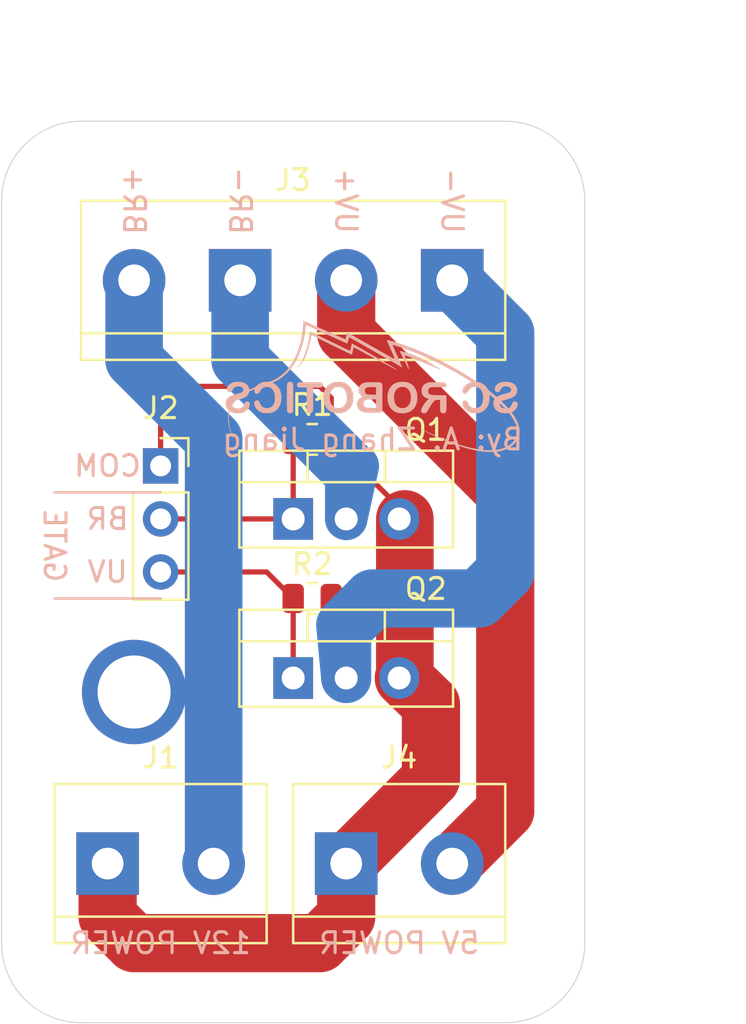
<source format=kicad_pcb>
(kicad_pcb (version 20171130) (host pcbnew "(5.1.10)-1")

  (general
    (thickness 1.6)
    (drawings 23)
    (tracks 44)
    (zones 0)
    (modules 9)
    (nets 8)
  )

  (page A4)
  (layers
    (0 F.Cu signal)
    (31 B.Cu signal)
    (32 B.Adhes user)
    (33 F.Adhes user)
    (34 B.Paste user)
    (35 F.Paste user)
    (36 B.SilkS user hide)
    (37 F.SilkS user)
    (38 B.Mask user)
    (39 F.Mask user)
    (40 Dwgs.User user)
    (41 Cmts.User user)
    (42 Eco1.User user)
    (43 Eco2.User user)
    (44 Edge.Cuts user)
    (45 Margin user)
    (46 B.CrtYd user)
    (47 F.CrtYd user)
    (48 B.Fab user)
    (49 F.Fab user hide)
  )

  (setup
    (last_trace_width 0.25)
    (trace_clearance 0.2)
    (zone_clearance 0.508)
    (zone_45_only no)
    (trace_min 0.2)
    (via_size 0.8)
    (via_drill 0.4)
    (via_min_size 0.4)
    (via_min_drill 0.3)
    (uvia_size 0.3)
    (uvia_drill 0.1)
    (uvias_allowed no)
    (uvia_min_size 0.2)
    (uvia_min_drill 0.1)
    (edge_width 0.05)
    (segment_width 0.2)
    (pcb_text_width 0.3)
    (pcb_text_size 1.5 1.5)
    (mod_edge_width 0.12)
    (mod_text_size 1 1)
    (mod_text_width 0.15)
    (pad_size 1.524 1.524)
    (pad_drill 0.762)
    (pad_to_mask_clearance 0)
    (aux_axis_origin 0 0)
    (visible_elements 7FFFFFFF)
    (pcbplotparams
      (layerselection 0x010fc_ffffffff)
      (usegerberextensions false)
      (usegerberattributes true)
      (usegerberadvancedattributes true)
      (creategerberjobfile true)
      (excludeedgelayer true)
      (linewidth 0.100000)
      (plotframeref false)
      (viasonmask false)
      (mode 1)
      (useauxorigin false)
      (hpglpennumber 1)
      (hpglpenspeed 20)
      (hpglpendiameter 15.000000)
      (psnegative false)
      (psa4output false)
      (plotreference true)
      (plotvalue true)
      (plotinvisibletext false)
      (padsonsilk false)
      (subtractmaskfromsilk false)
      (outputformat 1)
      (mirror false)
      (drillshape 0)
      (scaleselection 1)
      (outputdirectory ""))
  )

  (net 0 "")
  (net 1 +12V)
  (net 2 D_BRUSH)
  (net 3 COM)
  (net 4 G_BRUSH)
  (net 5 D_LIGHT)
  (net 6 +5V)
  (net 7 G_LIGHT)

  (net_class Default "This is the default net class."
    (clearance 0.2)
    (trace_width 0.25)
    (via_dia 0.8)
    (via_drill 0.4)
    (uvia_dia 0.3)
    (uvia_drill 0.1)
    (add_net +12V)
    (add_net +5V)
    (add_net COM)
    (add_net D_BRUSH)
    (add_net D_LIGHT)
    (add_net G_BRUSH)
    (add_net G_LIGHT)
  )

  (module alexisawesome:SCRoboticsLogo (layer B.Cu) (tedit 0) (tstamp 61CB3DFC)
    (at 156.21 86.36 180)
    (fp_text reference G*** (at 0 0 180) (layer B.SilkS) hide
      (effects (font (size 1.524 1.524) (thickness 0.3)) (justify mirror))
    )
    (fp_text value LOGO (at 0.75 0 180) (layer B.SilkS) hide
      (effects (font (size 1.524 1.524) (thickness 0.3)) (justify mirror))
    )
    (fp_poly (pts (xy -1.308041 1.685196) (xy -1.310415 1.673921) (xy -1.317128 1.654894) (xy -1.328485 1.627445)
      (xy -1.344791 1.590904) (xy -1.366349 1.544599) (xy -1.393463 1.48786) (xy -1.426439 1.420015)
      (xy -1.46558 1.340395) (xy -1.495029 1.280886) (xy -1.530771 1.209298) (xy -1.565604 1.140453)
      (xy -1.598929 1.075472) (xy -1.630145 1.015476) (xy -1.658652 0.961588) (xy -1.68385 0.914927)
      (xy -1.705139 0.876617) (xy -1.72192 0.847779) (xy -1.733591 0.829533) (xy -1.739553 0.823002)
      (xy -1.739949 0.823131) (xy -1.739476 0.831523) (xy -1.734802 0.852027) (xy -1.726441 0.883025)
      (xy -1.714904 0.922901) (xy -1.700705 0.970038) (xy -1.684356 1.02282) (xy -1.66637 1.07963)
      (xy -1.647259 1.138852) (xy -1.627537 1.198868) (xy -1.607716 1.258063) (xy -1.588308 1.314819)
      (xy -1.569827 1.367521) (xy -1.552786 1.414551) (xy -1.550013 1.422014) (xy -1.539518 1.450963)
      (xy -1.531606 1.474367) (xy -1.527255 1.489242) (xy -1.526829 1.492963) (xy -1.534338 1.491474)
      (xy -1.55362 1.485364) (xy -1.582924 1.475278) (xy -1.6205 1.461863) (xy -1.664598 1.445769)
      (xy -1.713465 1.427641) (xy -1.765353 1.408127) (xy -1.818509 1.387875) (xy -1.871184 1.367531)
      (xy -1.921626 1.347743) (xy -1.948542 1.337028) (xy -1.982936 1.323136) (xy -2.028907 1.304391)
      (xy -2.084641 1.28154) (xy -2.148326 1.255333) (xy -2.218149 1.226515) (xy -2.292296 1.195836)
      (xy -2.368955 1.164043) (xy -2.446312 1.131884) (xy -2.488714 1.114222) (xy -2.621086 1.059142)
      (xy -2.740569 1.009629) (xy -2.847119 0.965704) (xy -2.94069 0.927383) (xy -3.021235 0.894686)
      (xy -3.088709 0.867632) (xy -3.143065 0.846237) (xy -3.184258 0.830522) (xy -3.212242 0.820504)
      (xy -3.226972 0.816202) (xy -3.229428 0.816387) (xy -3.223512 0.822596) (xy -3.206792 0.835388)
      (xy -3.18081 0.853714) (xy -3.147106 0.876526) (xy -3.107224 0.902774) (xy -3.062704 0.93141)
      (xy -3.029857 0.952157) (xy -2.840287 1.066615) (xy -2.646233 1.175319) (xy -2.44989 1.277211)
      (xy -2.253454 1.371233) (xy -2.059118 1.456325) (xy -1.869079 1.53143) (xy -1.718096 1.584786)
      (xy -1.685657 1.595055) (xy -1.645777 1.606833) (xy -1.600622 1.619566) (xy -1.552356 1.632698)
      (xy -1.503145 1.645677) (xy -1.455155 1.657946) (xy -1.41055 1.668951) (xy -1.371497 1.678137)
      (xy -1.34016 1.684951) (xy -1.318704 1.688836) (xy -1.309703 1.68939) (xy -1.308041 1.685196)) (layer B.SilkS) (width 0.01))
    (fp_poly (pts (xy 3.003887 2.602482) (xy 3.007809 2.582643) (xy 3.012681 2.554074) (xy 3.017996 2.519601)
      (xy 3.018881 2.513536) (xy 3.049767 2.322059) (xy 3.086498 2.13278) (xy 3.128423 1.948505)
      (xy 3.17489 1.77204) (xy 3.225247 1.606192) (xy 3.239571 1.563171) (xy 3.287029 1.432092)
      (xy 3.335734 1.314824) (xy 3.38605 1.210692) (xy 3.438338 1.119019) (xy 3.492962 1.039129)
      (xy 3.550283 0.970348) (xy 3.566732 0.953123) (xy 3.588714 0.930103) (xy 3.602812 0.913845)
      (xy 3.608159 0.905445) (xy 3.603976 0.905952) (xy 3.584099 0.920268) (xy 3.557658 0.943474)
      (xy 3.527075 0.973062) (xy 3.494776 1.006527) (xy 3.463185 1.041363) (xy 3.434727 1.075063)
      (xy 3.41327 1.103086) (xy 3.346488 1.204979) (xy 3.282814 1.319449) (xy 3.222105 1.446825)
      (xy 3.164216 1.587439) (xy 3.109005 1.741621) (xy 3.056329 1.909703) (xy 3.041978 1.959429)
      (xy 3.026189 2.017287) (xy 3.009107 2.083616) (xy 2.991666 2.154484) (xy 2.974799 2.225959)
      (xy 2.959441 2.294109) (xy 2.946525 2.355002) (xy 2.939432 2.391229) (xy 2.934492 2.417388)
      (xy 2.930169 2.439707) (xy 2.928015 2.450377) (xy 2.926352 2.454251) (xy 2.922486 2.456067)
      (xy 2.915113 2.455264) (xy 2.902927 2.451287) (xy 2.884623 2.443576) (xy 2.858896 2.431574)
      (xy 2.82444 2.414723) (xy 2.779951 2.392465) (xy 2.724122 2.364241) (xy 2.711331 2.357756)
      (xy 2.660012 2.331865) (xy 2.596968 2.300287) (xy 2.523528 2.263677) (xy 2.441021 2.222691)
      (xy 2.350777 2.177982) (xy 2.254127 2.130205) (xy 2.152399 2.080016) (xy 2.046924 2.028068)
      (xy 1.939032 1.975017) (xy 1.830052 1.921517) (xy 1.721313 1.868223) (xy 1.614147 1.81579)
      (xy 1.509882 1.764872) (xy 1.409849 1.716125) (xy 1.315377 1.670202) (xy 1.282304 1.654158)
      (xy 1.210578 1.619612) (xy 1.148212 1.590046) (xy 1.095805 1.565731) (xy 1.053957 1.546935)
      (xy 1.02327 1.53393) (xy 1.004342 1.526985) (xy 0.997798 1.526255) (xy 0.995435 1.535526)
      (xy 0.990371 1.556869) (xy 0.983091 1.588194) (xy 0.974078 1.627412) (xy 0.963816 1.672434)
      (xy 0.957161 1.7018) (xy 0.946326 1.749112) (xy 0.936319 1.791669) (xy 0.92764 1.827433)
      (xy 0.920789 1.854366) (xy 0.916269 1.870428) (xy 0.914856 1.874034) (xy 0.907568 1.87207)
      (xy 0.889201 1.863912) (xy 0.861384 1.850379) (xy 0.825747 1.832285) (xy 0.783921 1.810447)
      (xy 0.737535 1.785682) (xy 0.725475 1.779162) (xy 0.635943 1.730749) (xy 0.541866 1.680108)
      (xy 0.443995 1.627633) (xy 0.34308 1.573714) (xy 0.239873 1.518745) (xy 0.135125 1.463115)
      (xy 0.029587 1.407219) (xy -0.075991 1.351447) (xy -0.180857 1.296192) (xy -0.284261 1.241846)
      (xy -0.385451 1.1888) (xy -0.483677 1.137447) (xy -0.578188 1.088179) (xy -0.668232 1.041387)
      (xy -0.753059 0.997464) (xy -0.831918 0.956801) (xy -0.904057 0.919791) (xy -0.968726 0.886826)
      (xy -1.025175 0.858297) (xy -1.072651 0.834597) (xy -1.110404 0.816117) (xy -1.137683 0.80325)
      (xy -1.153738 0.796387) (xy -1.157816 0.795921) (xy -1.157514 0.796264) (xy -1.14761 0.803633)
      (xy -1.125936 0.817779) (xy -1.093296 0.838229) (xy -1.050495 0.864514) (xy -0.998339 0.896163)
      (xy -0.937632 0.932703) (xy -0.869179 0.973665) (xy -0.793785 1.018578) (xy -0.712255 1.06697)
      (xy -0.625394 1.11837) (xy -0.534006 1.172308) (xy -0.438898 1.228312) (xy -0.340873 1.285912)
      (xy -0.240736 1.344636) (xy -0.139293 1.404013) (xy -0.037348 1.463574) (xy 0.064294 1.522845)
      (xy 0.164827 1.581358) (xy 0.263447 1.638639) (xy 0.359349 1.69422) (xy 0.451728 1.747628)
      (xy 0.53978 1.798392) (xy 0.622698 1.846042) (xy 0.699679 1.890107) (xy 0.769917 1.930115)
      (xy 0.832608 1.965596) (xy 0.886946 1.996079) (xy 0.932127 2.021092) (xy 0.967345 2.040165)
      (xy 0.977303 2.04542) (xy 0.982341 2.047595) (xy 0.986684 2.047238) (xy 0.990888 2.042768)
      (xy 0.995508 2.0326) (xy 1.001103 2.015153) (xy 1.008228 1.988843) (xy 1.01744 1.952087)
      (xy 1.029295 1.903303) (xy 1.033718 1.884979) (xy 1.045385 1.836992) (xy 1.056192 1.793267)
      (xy 1.065597 1.755933) (xy 1.073062 1.727115) (xy 1.078046 1.708944) (xy 1.079672 1.70391)
      (xy 1.082326 1.701768) (xy 1.088344 1.701835) (xy 1.098758 1.704569) (xy 1.114596 1.710427)
      (xy 1.136889 1.719867) (xy 1.166665 1.733349) (xy 1.204956 1.751329) (xy 1.252791 1.774266)
      (xy 1.311199 1.802619) (xy 1.38121 1.836845) (xy 1.407886 1.849924) (xy 1.516194 1.90297)
      (xy 1.626128 1.956651) (xy 1.736914 2.010599) (xy 1.847779 2.064444) (xy 1.957949 2.117817)
      (xy 2.066653 2.170348) (xy 2.173116 2.22167) (xy 2.276565 2.271411) (xy 2.376227 2.319205)
      (xy 2.47133 2.36468) (xy 2.561099 2.407468) (xy 2.644761 2.447201) (xy 2.721544 2.483507)
      (xy 2.790674 2.51602) (xy 2.851378 2.544369) (xy 2.902883 2.568184) (xy 2.944415 2.587098)
      (xy 2.975202 2.600741) (xy 2.99447 2.608744) (xy 3.001424 2.610767) (xy 3.003887 2.602482)) (layer B.SilkS) (width 0.01))
    (fp_poly (pts (xy -0.074773 0.19556) (xy -0.008442 0.195087) (xy 0.058724 0.194207) (xy 0.124774 0.192943)
      (xy 0.187758 0.191321) (xy 0.245723 0.189366) (xy 0.296717 0.187103) (xy 0.338791 0.184555)
      (xy 0.369991 0.181749) (xy 0.386711 0.17913) (xy 0.457788 0.155754) (xy 0.521179 0.12128)
      (xy 0.575567 0.076704) (xy 0.619639 0.02302) (xy 0.64048 -0.01294) (xy 0.666348 -0.07952)
      (xy 0.678549 -0.146866) (xy 0.677537 -0.213381) (xy 0.663763 -0.277469) (xy 0.637679 -0.337534)
      (xy 0.599736 -0.391979) (xy 0.550387 -0.439207) (xy 0.512474 -0.46524) (xy 0.473099 -0.488791)
      (xy 0.539455 -0.521229) (xy 0.605416 -0.560055) (xy 0.658676 -0.605896) (xy 0.699312 -0.658884)
      (xy 0.727398 -0.719148) (xy 0.74301 -0.786819) (xy 0.746224 -0.862026) (xy 0.745465 -0.876797)
      (xy 0.733842 -0.952611) (xy 0.70965 -1.022167) (xy 0.673538 -1.084434) (xy 0.626156 -1.138379)
      (xy 0.568153 -1.182969) (xy 0.544031 -1.196943) (xy 0.488639 -1.220674) (xy 0.421503 -1.239367)
      (xy 0.344675 -1.252486) (xy 0.32036 -1.255223) (xy 0.296741 -1.256849) (xy 0.261887 -1.25825)
      (xy 0.217686 -1.259423) (xy 0.166027 -1.260368) (xy 0.108796 -1.261083) (xy 0.047882 -1.261565)
      (xy -0.014828 -1.261813) (xy -0.077446 -1.261826) (xy -0.138085 -1.261602) (xy -0.194857 -1.261139)
      (xy -0.245874 -1.260436) (xy -0.289248 -1.25949) (xy -0.323092 -1.258301) (xy -0.345518 -1.256866)
      (xy -0.353 -1.25582) (xy -0.393709 -1.239178) (xy -0.426281 -1.211441) (xy -0.443985 -1.184455)
      (xy -0.460828 -1.150257) (xy -0.461206 -1.038936) (xy -0.166914 -1.038936) (xy 0.041729 -1.036115)
      (xy 0.103357 -1.035204) (xy 0.152427 -1.034232) (xy 0.190895 -1.033057) (xy 0.220717 -1.031538)
      (xy 0.243848 -1.029532) (xy 0.262246 -1.026898) (xy 0.277864 -1.023494) (xy 0.292661 -1.019178)
      (xy 0.297543 -1.017581) (xy 0.34952 -0.995984) (xy 0.388636 -0.969378) (xy 0.416111 -0.93627)
      (xy 0.433165 -0.895165) (xy 0.441021 -0.844569) (xy 0.441194 -0.841757) (xy 0.439961 -0.786015)
      (xy 0.428678 -0.739737) (xy 0.406532 -0.701827) (xy 0.372713 -0.671187) (xy 0.32641 -0.646721)
      (xy 0.286658 -0.632835) (xy 0.270615 -0.629284) (xy 0.247651 -0.626345) (xy 0.216309 -0.623935)
      (xy 0.175134 -0.621971) (xy 0.122669 -0.620369) (xy 0.057458 -0.619045) (xy 0.041729 -0.61879)
      (xy -0.166914 -0.615534) (xy -0.166914 -1.038936) (xy -0.461206 -1.038936) (xy -0.462848 -0.555495)
      (xy -0.463182 -0.436138) (xy -0.463229 -0.400167) (xy -0.166914 -0.400167) (xy 0.034472 -0.397444)
      (xy 0.096214 -0.396489) (xy 0.145277 -0.3954) (xy 0.183499 -0.394057) (xy 0.212716 -0.392338)
      (xy 0.234763 -0.390123) (xy 0.251478 -0.38729) (xy 0.264695 -0.383719) (xy 0.269696 -0.381951)
      (xy 0.310085 -0.359619) (xy 0.344861 -0.326765) (xy 0.367074 -0.292941) (xy 0.375024 -0.271764)
      (xy 0.379437 -0.245427) (xy 0.380976 -0.209653) (xy 0.381 -0.2032) (xy 0.378454 -0.158789)
      (xy 0.369927 -0.125275) (xy 0.354089 -0.099809) (xy 0.329608 -0.079537) (xy 0.320829 -0.074295)
      (xy 0.298551 -0.063073) (xy 0.274584 -0.054042) (xy 0.246996 -0.046929) (xy 0.213853 -0.041459)
      (xy 0.17322 -0.037357) (xy 0.123164 -0.034348) (xy 0.061752 -0.032159) (xy 0.016329 -0.031076)
      (xy -0.166914 -0.027287) (xy -0.166914 -0.400167) (xy -0.463229 -0.400167) (xy -0.463321 -0.330728)
      (xy -0.46326 -0.238699) (xy -0.462993 -0.159486) (xy -0.462514 -0.092523) (xy -0.461818 -0.037244)
      (xy -0.460899 0.006917) (xy -0.459751 0.040525) (xy -0.458369 0.064147) (xy -0.456748 0.078348)
      (xy -0.456524 0.079505) (xy -0.440979 0.121723) (xy -0.414289 0.155089) (xy -0.377597 0.178477)
      (xy -0.345932 0.188444) (xy -0.325594 0.190939) (xy -0.292712 0.192877) (xy -0.249238 0.194284)
      (xy -0.197122 0.195183) (xy -0.138317 0.1956) (xy -0.074773 0.19556)) (layer B.SilkS) (width 0.01))
    (fp_poly (pts (xy 4.005399 0.211133) (xy 4.044483 0.192591) (xy 4.075081 0.162576) (xy 4.096252 0.121815)
      (xy 4.100457 0.108221) (xy 4.10191 0.095224) (xy 4.103158 0.067912) (xy 4.104198 0.026485)
      (xy 4.105031 -0.028859) (xy 4.105653 -0.097922) (xy 4.106063 -0.180503) (xy 4.10626 -0.276405)
      (xy 4.106242 -0.385429) (xy 4.106007 -0.507377) (xy 4.105885 -0.549268) (xy 4.105535 -0.659335)
      (xy 4.1052 -0.755829) (xy 4.104858 -0.83969) (xy 4.104483 -0.911859) (xy 4.104052 -0.973278)
      (xy 4.10354 -1.024887) (xy 4.102922 -1.067628) (xy 4.102175 -1.10244) (xy 4.101274 -1.130265)
      (xy 4.100195 -1.152044) (xy 4.098913 -1.168718) (xy 4.097405 -1.181227) (xy 4.095646 -1.190513)
      (xy 4.093612 -1.197517) (xy 4.091278 -1.203178) (xy 4.08889 -1.207927) (xy 4.073277 -1.230957)
      (xy 4.052767 -1.253267) (xy 4.046628 -1.258613) (xy 4.029883 -1.270671) (xy 4.01346 -1.277714)
      (xy 3.992094 -1.281357) (xy 3.967311 -1.282933) (xy 3.932022 -1.282933) (xy 3.907038 -1.278966)
      (xy 3.893474 -1.273473) (xy 3.864108 -1.254191) (xy 3.842539 -1.230407) (xy 3.829185 -1.208314)
      (xy 3.826468 -1.203076) (xy 3.824084 -1.197528) (xy 3.822009 -1.190728) (xy 3.820217 -1.181736)
      (xy 3.818683 -1.169611) (xy 3.817382 -1.153412) (xy 3.816289 -1.132198) (xy 3.81538 -1.105028)
      (xy 3.814628 -1.07096) (xy 3.81401 -1.029055) (xy 3.8135 -0.97837) (xy 3.813072 -0.917966)
      (xy 3.812703 -0.8469) (xy 3.812367 -0.764233) (xy 3.812039 -0.669023) (xy 3.811693 -0.560329)
      (xy 3.811659 -0.549268) (xy 3.811354 -0.423211) (xy 3.811266 -0.310013) (xy 3.811394 -0.209873)
      (xy 3.811736 -0.12299) (xy 3.81229 -0.049563) (xy 3.813055 0.01021) (xy 3.814029 0.056131)
      (xy 3.81521 0.088) (xy 3.816597 0.105618) (xy 3.817086 0.108221) (xy 3.835374 0.151935)
      (xy 3.863361 0.185112) (xy 3.900104 0.207024) (xy 3.944661 0.216945) (xy 3.958772 0.217476)
      (xy 4.005399 0.211133)) (layer B.SilkS) (width 0.01))
    (fp_poly (pts (xy 3.090224 0.195748) (xy 3.165293 0.195559) (xy 3.237268 0.19522) (xy 3.304683 0.194731)
      (xy 3.36607 0.19409) (xy 3.419961 0.193297) (xy 3.46489 0.192349) (xy 3.49939 0.191247)
      (xy 3.521992 0.189989) (xy 3.530039 0.188995) (xy 3.569783 0.173232) (xy 3.599974 0.147866)
      (xy 3.619448 0.115067) (xy 3.627041 0.077009) (xy 3.62159 0.035865) (xy 3.617899 0.024948)
      (xy 3.599937 -0.006539) (xy 3.575757 -0.027608) (xy 3.546215 -0.047171) (xy 3.351789 -0.049417)
      (xy 3.157363 -0.051662) (xy 3.155296 -0.615474) (xy 3.154901 -0.719483) (xy 3.154512 -0.809971)
      (xy 3.154105 -0.88793) (xy 3.153651 -0.954353) (xy 3.153125 -1.010232) (xy 3.1525 -1.05656)
      (xy 3.151751 -1.094329) (xy 3.15085 -1.124533) (xy 3.149772 -1.148164) (xy 3.148489 -1.166214)
      (xy 3.146977 -1.179676) (xy 3.145207 -1.189543) (xy 3.143154 -1.196807) (xy 3.140793 -1.202462)
      (xy 3.139654 -1.204686) (xy 3.121406 -1.234196) (xy 3.101646 -1.254558) (xy 3.075541 -1.270753)
      (xy 3.075504 -1.270772) (xy 3.046351 -1.28026) (xy 3.010904 -1.284213) (xy 2.975386 -1.282503)
      (xy 2.946022 -1.275002) (xy 2.942772 -1.27349) (xy 2.912824 -1.251838) (xy 2.886978 -1.221238)
      (xy 2.86969 -1.187253) (xy 2.867358 -1.179401) (xy 2.865626 -1.166144) (xy 2.864113 -1.140811)
      (xy 2.862815 -1.103098) (xy 2.861729 -1.0527) (xy 2.860849 -0.989313) (xy 2.860172 -0.912633)
      (xy 2.859694 -0.822355) (xy 2.859409 -0.718174) (xy 2.859315 -0.599786) (xy 2.859315 -0.0508)
      (xy 2.672443 -0.05064) (xy 2.614391 -0.050496) (xy 2.568926 -0.050094) (xy 2.534122 -0.049312)
      (xy 2.508051 -0.048029) (xy 2.488787 -0.046123) (xy 2.474403 -0.043472) (xy 2.462973 -0.039956)
      (xy 2.455825 -0.036972) (xy 2.423767 -0.01524) (xy 2.401659 0.014448) (xy 2.389931 0.049096)
      (xy 2.389012 0.085704) (xy 2.399332 0.121274) (xy 2.421321 0.152808) (xy 2.427759 0.158899)
      (xy 2.450074 0.174632) (xy 2.474474 0.186481) (xy 2.479931 0.18825) (xy 2.492189 0.189638)
      (xy 2.517493 0.190888) (xy 2.554377 0.191998) (xy 2.601373 0.192969) (xy 2.657013 0.193798)
      (xy 2.71983 0.194485) (xy 2.788358 0.195028) (xy 2.861128 0.195427) (xy 2.936674 0.195681)
      (xy 3.013528 0.195788) (xy 3.090224 0.195748)) (layer B.SilkS) (width 0.01))
    (fp_poly (pts (xy 1.715571 0.215688) (xy 1.76854 0.211219) (xy 1.772822 0.21066) (xy 1.873345 0.190601)
      (xy 1.965294 0.159029) (xy 2.048363 0.116358) (xy 2.122246 0.063005) (xy 2.186636 -0.000617)
      (xy 2.241226 -0.07409) (xy 2.285711 -0.156999) (xy 2.319783 -0.248929) (xy 2.343137 -0.349464)
      (xy 2.355466 -0.458189) (xy 2.356464 -0.574688) (xy 2.356217 -0.580571) (xy 2.346507 -0.690186)
      (xy 2.327306 -0.789498) (xy 2.298222 -0.879514) (xy 2.258863 -0.961239) (xy 2.208839 -1.035678)
      (xy 2.155372 -1.096271) (xy 2.093722 -1.151577) (xy 2.028208 -1.196166) (xy 1.955779 -1.231764)
      (xy 1.873381 -1.260096) (xy 1.858403 -1.26425) (xy 1.824829 -1.270849) (xy 1.780326 -1.276096)
      (xy 1.728428 -1.279897) (xy 1.672664 -1.282158) (xy 1.616567 -1.282787) (xy 1.563667 -1.281689)
      (xy 1.517498 -1.278772) (xy 1.482936 -1.2742) (xy 1.38478 -1.248971) (xy 1.295483 -1.21236)
      (xy 1.215308 -1.164681) (xy 1.144517 -1.106245) (xy 1.083375 -1.037366) (xy 1.032144 -0.958357)
      (xy 0.991088 -0.869531) (xy 0.960469 -0.771202) (xy 0.94055 -0.663682) (xy 0.936122 -0.623568)
      (xy 0.931604 -0.50979) (xy 1.238167 -0.50979) (xy 1.238229 -0.537028) (xy 1.239785 -0.60285)
      (xy 1.244184 -0.657968) (xy 1.252124 -0.706032) (xy 1.264304 -0.750695) (xy 1.281422 -0.795607)
      (xy 1.292356 -0.819952) (xy 1.331273 -0.887734) (xy 1.378831 -0.944111) (xy 1.434214 -0.988691)
      (xy 1.49661 -1.02108) (xy 1.565201 -1.040885) (xy 1.639174 -1.047713) (xy 1.717713 -1.04117)
      (xy 1.741486 -1.03666) (xy 1.803208 -1.016336) (xy 1.861502 -0.98328) (xy 1.914295 -0.939215)
      (xy 1.95951 -0.885858) (xy 1.993949 -0.827314) (xy 2.012671 -0.786104) (xy 2.026806 -0.749308)
      (xy 2.036964 -0.713687) (xy 2.043755 -0.676002) (xy 2.047792 -0.633013) (xy 2.049684 -0.58148)
      (xy 2.050064 -0.529771) (xy 2.049841 -0.48004) (xy 2.049065 -0.441826) (xy 2.047474 -0.412135)
      (xy 2.044807 -0.38797) (xy 2.040803 -0.366339) (xy 2.0352 -0.344246) (xy 2.033277 -0.337457)
      (xy 2.004062 -0.256966) (xy 1.966071 -0.187867) (xy 1.919406 -0.130272) (xy 1.864169 -0.084289)
      (xy 1.800464 -0.05003) (xy 1.748643 -0.032478) (xy 1.710738 -0.025769) (xy 1.664415 -0.022564)
      (xy 1.615339 -0.022852) (xy 1.569174 -0.026623) (xy 1.535188 -0.032883) (xy 1.468245 -0.057514)
      (xy 1.408813 -0.094377) (xy 1.357232 -0.143086) (xy 1.313842 -0.203254) (xy 1.278985 -0.274494)
      (xy 1.254035 -0.352265) (xy 1.247553 -0.380143) (xy 1.243033 -0.406239) (xy 1.240167 -0.434148)
      (xy 1.238648 -0.467466) (xy 1.238167 -0.50979) (xy 0.931604 -0.50979) (xy 0.931586 -0.509342)
      (xy 0.939142 -0.399444) (xy 0.958505 -0.294925) (xy 0.989389 -0.196835) (xy 1.03151 -0.106224)
      (xy 1.084584 -0.024142) (xy 1.105885 0.002604) (xy 1.154297 0.051356) (xy 1.213853 0.096967)
      (xy 1.281226 0.13745) (xy 1.353091 0.170819) (xy 1.426124 0.195088) (xy 1.429658 0.196004)
      (xy 1.47532 0.204933) (xy 1.531041 0.21155) (xy 1.592522 0.21567) (xy 1.655465 0.217111)
      (xy 1.715571 0.215688)) (layer B.SilkS) (width 0.01))
    (fp_poly (pts (xy -1.382485 0.215476) (xy -1.312457 0.211269) (xy -1.252509 0.203796) (xy -1.198383 0.192045)
      (xy -1.145821 0.175) (xy -1.090564 0.151651) (xy -1.06692 0.1404) (xy -1.032044 0.122942)
      (xy -1.005023 0.107836) (xy -0.982093 0.092339) (xy -0.959494 0.073708) (xy -0.933463 0.0492)
      (xy -0.910389 0.02628) (xy -0.879835 -0.004911) (xy -0.857102 -0.030003) (xy -0.83941 -0.052813)
      (xy -0.823983 -0.077157) (xy -0.808041 -0.106853) (xy -0.796188 -0.130628) (xy -0.765854 -0.198408)
      (xy -0.743002 -0.264368) (xy -0.7269 -0.331983) (xy -0.716817 -0.404728) (xy -0.712021 -0.486076)
      (xy -0.711373 -0.5334) (xy -0.716257 -0.647275) (xy -0.731358 -0.751293) (xy -0.756945 -0.846169)
      (xy -0.793286 -0.932613) (xy -0.84065 -1.01134) (xy -0.899306 -1.083062) (xy -0.930264 -1.114003)
      (xy -0.997887 -1.169451) (xy -1.071228 -1.21351) (xy -1.15135 -1.246542) (xy -1.239314 -1.268911)
      (xy -1.336184 -1.280981) (xy -1.425165 -1.283427) (xy -1.464201 -1.282822) (xy -1.499717 -1.281924)
      (xy -1.528344 -1.280842) (xy -1.546708 -1.279686) (xy -1.5494 -1.279385) (xy -1.618212 -1.265854)
      (xy -1.689696 -1.244353) (xy -1.758969 -1.216709) (xy -1.82115 -1.184747) (xy -1.8482 -1.167618)
      (xy -1.919198 -1.110571) (xy -1.980369 -1.043416) (xy -2.031889 -0.965868) (xy -2.073937 -0.877645)
      (xy -2.10669 -0.778461) (xy -2.116193 -0.740228) (xy -2.121659 -0.707656) (xy -2.126108 -0.664222)
      (xy -2.129428 -0.61355) (xy -2.131506 -0.559264) (xy -2.131949 -0.526143) (xy -1.830688 -0.526143)
      (xy -1.829592 -0.589634) (xy -1.825642 -0.643046) (xy -1.818156 -0.690651) (xy -1.806453 -0.73672)
      (xy -1.789851 -0.785525) (xy -1.788904 -0.788049) (xy -1.755559 -0.857756) (xy -1.712376 -0.917684)
      (xy -1.66065 -0.967166) (xy -1.601675 -1.005534) (xy -1.536745 -1.032122) (xy -1.467155 -1.046263)
      (xy -1.3942 -1.04729) (xy -1.319173 -1.034534) (xy -1.313542 -1.033016) (xy -1.245467 -1.007022)
      (xy -1.185428 -0.969168) (xy -1.13372 -0.919871) (xy -1.090639 -0.859549) (xy -1.056479 -0.78862)
      (xy -1.031537 -0.707501) (xy -1.016107 -0.61661) (xy -1.01557 -0.611622) (xy -1.011281 -0.52315)
      (xy -1.016712 -0.437047) (xy -1.031344 -0.355214) (xy -1.054661 -0.279548) (xy -1.086145 -0.211949)
      (xy -1.125277 -0.154315) (xy -1.146722 -0.13065) (xy -1.202327 -0.084599) (xy -1.264318 -0.051286)
      (xy -1.333201 -0.030512) (xy -1.409485 -0.02208) (xy -1.425739 -0.021857) (xy -1.500864 -0.027363)
      (xy -1.567479 -0.044029) (xy -1.626963 -0.072392) (xy -1.680697 -0.112988) (xy -1.694781 -0.1265)
      (xy -1.740209 -0.181604) (xy -1.776984 -0.247085) (xy -1.805575 -0.323822) (xy -1.811959 -0.34661)
      (xy -1.819644 -0.377959) (xy -1.824921 -0.406005) (xy -1.828224 -0.43491) (xy -1.829987 -0.468837)
      (xy -1.830644 -0.511947) (xy -1.830688 -0.526143) (xy -2.131949 -0.526143) (xy -2.132233 -0.50499)
      (xy -2.131495 -0.45435) (xy -2.129182 -0.41097) (xy -2.12698 -0.389848) (xy -2.106919 -0.286111)
      (xy -2.075712 -0.190352) (xy -2.033824 -0.103173) (xy -1.98172 -0.025179) (xy -1.919863 0.043024)
      (xy -1.848719 0.100832) (xy -1.768752 0.147642) (xy -1.688876 0.180115) (xy -1.628448 0.197401)
      (xy -1.567312 0.208964) (xy -1.501755 0.215232) (xy -1.428068 0.216633) (xy -1.382485 0.215476)) (layer B.SilkS) (width 0.01))
    (fp_poly (pts (xy -3.062514 0.192091) (xy -2.979327 0.191992) (xy -2.909298 0.191779) (xy -2.85107 0.19141)
      (xy -2.803288 0.190841) (xy -2.764594 0.190031) (xy -2.733634 0.188936) (xy -2.70905 0.187515)
      (xy -2.689487 0.185724) (xy -2.673587 0.183521) (xy -2.659996 0.180864) (xy -2.653214 0.179244)
      (xy -2.578089 0.153618) (xy -2.511578 0.117149) (xy -2.454553 0.070589) (xy -2.407887 0.014689)
      (xy -2.372454 -0.049797) (xy -2.364576 -0.069528) (xy -2.357795 -0.090206) (xy -2.35321 -0.111129)
      (xy -2.350416 -0.135873) (xy -2.349006 -0.168015) (xy -2.348575 -0.210457) (xy -2.348796 -0.252192)
      (xy -2.34991 -0.28297) (xy -2.352341 -0.306341) (xy -2.356516 -0.325857) (xy -2.362857 -0.345066)
      (xy -2.365509 -0.351971) (xy -2.384248 -0.394556) (xy -2.404861 -0.428865) (xy -2.431266 -0.460675)
      (xy -2.455692 -0.484924) (xy -2.489307 -0.511543) (xy -2.532585 -0.53845) (xy -2.580922 -0.563251)
      (xy -2.629716 -0.583555) (xy -2.668582 -0.595606) (xy -2.706451 -0.604968) (xy -2.672211 -0.628519)
      (xy -2.612978 -0.676089) (xy -2.553836 -0.736862) (xy -2.495797 -0.809556) (xy -2.439874 -0.892888)
      (xy -2.387077 -0.985576) (xy -2.380537 -0.998164) (xy -2.351045 -1.059625) (xy -2.331155 -1.110661)
      (xy -2.320759 -1.151632) (xy -2.319748 -1.182901) (xy -2.322061 -1.193119) (xy -2.341713 -1.232113)
      (xy -2.371179 -1.260575) (xy -2.40993 -1.278153) (xy -2.457434 -1.284498) (xy -2.460171 -1.284514)
      (xy -2.506099 -1.279309) (xy -2.545114 -1.262674) (xy -2.580779 -1.233079) (xy -2.5813 -1.232536)
      (xy -2.590877 -1.220242) (xy -2.606699 -1.197254) (xy -2.627615 -1.165362) (xy -2.652473 -1.126358)
      (xy -2.68012 -1.082035) (xy -2.709404 -1.034183) (xy -2.718203 -1.019628) (xy -2.765535 -0.941675)
      (xy -2.806834 -0.8754) (xy -2.843184 -0.819833) (xy -2.875667 -0.774001) (xy -2.905366 -0.736932)
      (xy -2.933364 -0.707654) (xy -2.960743 -0.685195) (xy -2.988585 -0.668584) (xy -3.017974 -0.656848)
      (xy -3.049992 -0.649015) (xy -3.085722 -0.644114) (xy -3.126246 -0.641173) (xy -3.140528 -0.640481)
      (xy -3.229428 -0.636517) (xy -3.22947 -0.875244) (xy -3.229694 -0.934893) (xy -3.230309 -0.991775)
      (xy -3.231261 -1.043766) (xy -3.232498 -1.08874) (xy -3.233966 -1.124575) (xy -3.235612 -1.149145)
      (xy -3.236537 -1.15687) (xy -3.24994 -1.204722) (xy -3.272602 -1.241417) (xy -3.304439 -1.26688)
      (xy -3.345366 -1.28104) (xy -3.383353 -1.284193) (xy -3.427223 -1.279845) (xy -3.45563 -1.269805)
      (xy -3.488127 -1.244718) (xy -3.51171 -1.208367) (xy -3.518604 -1.190903) (xy -3.520671 -1.177703)
      (xy -3.522467 -1.15222) (xy -3.523992 -1.11613) (xy -3.525248 -1.071112) (xy -3.526238 -1.018844)
      (xy -3.526961 -0.961004) (xy -3.52742 -0.89927) (xy -3.527617 -0.835319) (xy -3.527553 -0.770831)
      (xy -3.527229 -0.707482) (xy -3.526648 -0.646951) (xy -3.52581 -0.590915) (xy -3.524717 -0.541053)
      (xy -3.523372 -0.499044) (xy -3.521774 -0.466563) (xy -3.519927 -0.445291) (xy -3.5179 -0.436954)
      (xy -3.508181 -0.434916) (xy -3.484412 -0.433016) (xy -3.447056 -0.43127) (xy -3.396577 -0.429691)
      (xy -3.333437 -0.428295) (xy -3.258101 -0.427096) (xy -3.182257 -0.426218) (xy -3.101626 -0.425347)
      (xy -3.034132 -0.424431) (xy -2.978398 -0.423412) (xy -2.933047 -0.422236) (xy -2.896701 -0.420845)
      (xy -2.867983 -0.419185) (xy -2.845517 -0.417199) (xy -2.827924 -0.414832) (xy -2.813828 -0.412027)
      (xy -2.8101 -0.411098) (xy -2.753909 -0.392336) (xy -2.710691 -0.368235) (xy -2.679563 -0.337787)
      (xy -2.659645 -0.299985) (xy -2.650055 -0.253819) (xy -2.648857 -0.226629) (xy -2.655049 -0.173206)
      (xy -2.673453 -0.127559) (xy -2.703811 -0.090038) (xy -2.745865 -0.060991) (xy -2.782487 -0.045768)
      (xy -2.792803 -0.042885) (xy -2.805645 -0.040449) (xy -2.822336 -0.038408) (xy -2.844198 -0.036709)
      (xy -2.872552 -0.035302) (xy -2.90872 -0.034133) (xy -2.954024 -0.033152) (xy -3.009785 -0.032305)
      (xy -3.077326 -0.031541) (xy -3.157969 -0.030807) (xy -3.164055 -0.030757) (xy -3.254526 -0.029844)
      (xy -3.332159 -0.028721) (xy -3.396674 -0.027395) (xy -3.44779 -0.025875) (xy -3.485224 -0.024169)
      (xy -3.508697 -0.022286) (xy -3.517841 -0.020314) (xy -3.523453 -0.008118) (xy -3.526357 0.013961)
      (xy -3.526622 0.041558) (xy -3.524319 0.07031) (xy -3.519515 0.095852) (xy -3.515809 0.107011)
      (xy -3.500088 0.136739) (xy -3.479273 0.158669) (xy -3.450771 0.176758) (xy -3.443874 0.180285)
      (xy -3.436627 0.183232) (xy -3.42774 0.185653) (xy -3.415925 0.187596) (xy -3.399891 0.189114)
      (xy -3.37835 0.190256) (xy -3.350013 0.191075) (xy -3.313589 0.19162) (xy -3.26779 0.191944)
      (xy -3.211326 0.192096) (xy -3.142909 0.192128) (xy -3.062514 0.192091)) (layer B.SilkS) (width 0.01))
    (fp_poly (pts (xy 3.310271 3.128193) (xy 3.312793 3.108933) (xy 3.315647 3.079434) (xy 3.318633 3.041827)
      (xy 3.321553 2.998239) (xy 3.322375 2.9845) (xy 3.340213 2.765212) (xy 3.367832 2.548873)
      (xy 3.404904 2.336533) (xy 3.451101 2.129245) (xy 3.506095 1.928061) (xy 3.569558 1.734032)
      (xy 3.641162 1.548211) (xy 3.720579 1.371649) (xy 3.807481 1.205398) (xy 3.901541 1.05051)
      (xy 3.94575 0.985317) (xy 4.045787 0.853503) (xy 4.154235 0.730631) (xy 4.270006 0.617618)
      (xy 4.392012 0.51538) (xy 4.519164 0.424833) (xy 4.650375 0.346894) (xy 4.776016 0.28613)
      (xy 4.827123 0.264284) (xy 4.86805 0.247586) (xy 4.901888 0.235308) (xy 4.931728 0.226721)
      (xy 4.960662 0.221099) (xy 4.991781 0.217711) (xy 5.028177 0.215832) (xy 5.07294 0.214732)
      (xy 5.079707 0.214605) (xy 5.141944 0.212653) (xy 5.193163 0.208882) (xy 5.236817 0.2026)
      (xy 5.276357 0.193115) (xy 5.315238 0.179734) (xy 5.356911 0.161764) (xy 5.367195 0.156937)
      (xy 5.431642 0.122977) (xy 5.486827 0.085915) (xy 5.537994 0.042078) (xy 5.555343 0.02504)
      (xy 5.579069 0.001907) (xy 5.59994 -0.01568) (xy 5.621957 -0.030353) (xy 5.649119 -0.044745)
      (xy 5.685427 -0.061489) (xy 5.6896 -0.063344) (xy 5.730577 -0.081665) (xy 5.775246 -0.101876)
      (xy 5.817355 -0.121137) (xy 5.842487 -0.13278) (xy 5.911916 -0.165206) (xy 5.92009 -0.117487)
      (xy 5.938639 -0.050963) (xy 5.970148 0.010012) (xy 6.013904 0.064763) (xy 6.069195 0.112614)
      (xy 6.135311 0.15289) (xy 6.211539 0.184916) (xy 6.252029 0.197301) (xy 6.274459 0.202922)
      (xy 6.296321 0.20707) (xy 6.320421 0.20997) (xy 6.349567 0.211846) (xy 6.386566 0.21292)
      (xy 6.434225 0.213417) (xy 6.455229 0.2135) (xy 6.508745 0.213419) (xy 6.550331 0.212719)
      (xy 6.582561 0.211228) (xy 6.608014 0.208775) (xy 6.629263 0.205187) (xy 6.647543 0.200673)
      (xy 6.725763 0.173428) (xy 6.795301 0.138464) (xy 6.8552 0.096689) (xy 6.9045 0.049011)
      (xy 6.942244 -0.003661) (xy 6.967475 -0.06042) (xy 6.978591 -0.113269) (xy 6.980268 -0.142723)
      (xy 6.977269 -0.16534) (xy 6.968607 -0.188318) (xy 6.968183 -0.18923) (xy 6.953849 -0.217262)
      (xy 6.940017 -0.236325) (xy 6.922652 -0.251237) (xy 6.908672 -0.260311) (xy 6.876705 -0.272598)
      (xy 6.840165 -0.275689) (xy 6.8051 -0.269525) (xy 6.787486 -0.261484) (xy 6.76944 -0.246429)
      (xy 6.748543 -0.221128) (xy 6.723999 -0.184494) (xy 6.695009 -0.13544) (xy 6.6944 -0.134363)
      (xy 6.661465 -0.085994) (xy 6.623289 -0.046933) (xy 6.582199 -0.019423) (xy 6.568751 -0.013401)
      (xy 6.531195 -0.003223) (xy 6.484804 0.00256) (xy 6.434502 0.003941) (xy 6.38521 0.000916)
      (xy 6.34185 -0.00652) (xy 6.320625 -0.013143) (xy 6.269113 -0.038646) (xy 6.230347 -0.069433)
      (xy 6.20468 -0.105057) (xy 6.192464 -0.145072) (xy 6.192081 -0.175187) (xy 6.198617 -0.206932)
      (xy 6.21301 -0.233886) (xy 6.237635 -0.259798) (xy 6.254283 -0.273348) (xy 6.270921 -0.284995)
      (xy 6.289922 -0.295707) (xy 6.313106 -0.30613) (xy 6.342291 -0.316909) (xy 6.379298 -0.328691)
      (xy 6.425944 -0.342121) (xy 6.484051 -0.357844) (xy 6.516323 -0.366336) (xy 6.585777 -0.384846)
      (xy 6.643403 -0.401086) (xy 6.691558 -0.415859) (xy 6.732597 -0.429968) (xy 6.768879 -0.444216)
      (xy 6.802759 -0.459404) (xy 6.831483 -0.473682) (xy 6.897913 -0.514942) (xy 6.952243 -0.563768)
      (xy 6.994225 -0.619881) (xy 7.02361 -0.683003) (xy 7.026348 -0.691256) (xy 7.034673 -0.728412)
      (xy 7.0399 -0.774644) (xy 7.041886 -0.82482) (xy 7.040487 -0.873806) (xy 7.03556 -0.916469)
      (xy 7.032986 -0.928914) (xy 7.014691 -0.983999) (xy 6.987044 -1.040486) (xy 6.953206 -1.092429)
      (xy 6.932966 -1.117054) (xy 6.892934 -1.161291) (xy 6.909939 -1.242859) (xy 6.915414 -1.270478)
      (xy 6.919579 -1.295738) (xy 6.922605 -1.321289) (xy 6.924665 -1.349781) (xy 6.92593 -1.383864)
      (xy 6.926572 -1.426186) (xy 6.926762 -1.479396) (xy 6.926753 -1.502228) (xy 6.926499 -1.562611)
      (xy 6.925761 -1.611385) (xy 6.924365 -1.651454) (xy 6.922135 -1.685718) (xy 6.918893 -1.717081)
      (xy 6.914465 -1.748445) (xy 6.910303 -1.773464) (xy 6.875854 -1.937524) (xy 6.828597 -2.10721)
      (xy 6.816749 -2.144486) (xy 6.80487 -2.179983) (xy 6.790799 -2.220267) (xy 6.775329 -2.263263)
      (xy 6.759251 -2.306892) (xy 6.743354 -2.349078) (xy 6.728429 -2.387744) (xy 6.715268 -2.420813)
      (xy 6.70466 -2.446208) (xy 6.697398 -2.461852) (xy 6.694384 -2.465888) (xy 6.695899 -2.458579)
      (xy 6.701731 -2.440039) (xy 6.711087 -2.412619) (xy 6.723173 -2.378671) (xy 6.731709 -2.35532)
      (xy 6.775249 -2.228763) (xy 6.814299 -2.098018) (xy 6.847728 -1.967388) (xy 6.874407 -1.841176)
      (xy 6.888148 -1.759857) (xy 6.89185 -1.725699) (xy 6.894735 -1.679275) (xy 6.896711 -1.622813)
      (xy 6.897685 -1.558543) (xy 6.897772 -1.527628) (xy 6.897264 -1.460221) (xy 6.895665 -1.404363)
      (xy 6.892672 -1.357113) (xy 6.887982 -1.315527) (xy 6.881291 -1.276661) (xy 6.872297 -1.237574)
      (xy 6.865183 -1.211046) (xy 6.857825 -1.184749) (xy 6.794413 -1.21665) (xy 6.74725 -1.238615)
      (xy 6.702495 -1.255179) (xy 6.656613 -1.267118) (xy 6.606068 -1.275212) (xy 6.547325 -1.280236)
      (xy 6.495143 -1.282477) (xy 6.439429 -1.283601) (xy 6.394393 -1.283096) (xy 6.356276 -1.2808)
      (xy 6.321315 -1.276549) (xy 6.307851 -1.274348) (xy 6.218119 -1.252445) (xy 6.137673 -1.219658)
      (xy 6.066767 -1.17617) (xy 6.005658 -1.122165) (xy 5.954601 -1.057825) (xy 5.920133 -0.996896)
      (xy 5.898418 -0.941947) (xy 5.887152 -0.890361) (xy 5.886542 -0.844053) (xy 5.896796 -0.804938)
      (xy 5.898924 -0.800508) (xy 5.924763 -0.764505) (xy 5.958853 -0.739956) (xy 5.999439 -0.727801)
      (xy 6.035129 -0.727599) (xy 6.059051 -0.732245) (xy 6.07962 -0.741459) (xy 6.098469 -0.756994)
      (xy 6.117231 -0.780604) (xy 6.13754 -0.814044) (xy 6.161028 -0.859067) (xy 6.164977 -0.86703)
      (xy 6.186321 -0.90914) (xy 6.203841 -0.940636) (xy 6.219329 -0.96429) (xy 6.234581 -0.98287)
      (xy 6.249328 -0.997313) (xy 6.293274 -1.02909) (xy 6.343795 -1.050538) (xy 6.403098 -1.062481)
      (xy 6.429829 -1.064786) (xy 6.504686 -1.063691) (xy 6.571633 -1.051295) (xy 6.6301 -1.02779)
      (xy 6.679518 -0.993364) (xy 6.697673 -0.975437) (xy 6.715758 -0.954202) (xy 6.729713 -0.935137)
      (xy 6.736558 -0.922317) (xy 6.736593 -0.922188) (xy 6.734326 -0.907939) (xy 6.72366 -0.885121)
      (xy 6.706072 -0.855801) (xy 6.68304 -0.822043) (xy 6.656042 -0.785913) (xy 6.626556 -0.749479)
      (xy 6.59606 -0.714805) (xy 6.56652 -0.684429) (xy 6.55411 -0.672963) (xy 6.542188 -0.663988)
      (xy 6.528165 -0.656462) (xy 6.509451 -0.649344) (xy 6.483456 -0.64159) (xy 6.44759 -0.632159)
      (xy 6.41833 -0.624778) (xy 6.334213 -0.602649) (xy 6.262735 -0.581356) (xy 6.202115 -0.560102)
      (xy 6.150571 -0.538088) (xy 6.10632 -0.514519) (xy 6.067582 -0.488594) (xy 6.032573 -0.459518)
      (xy 6.017937 -0.445566) (xy 5.976117 -0.39868) (xy 5.946702 -0.352268) (xy 5.927995 -0.303377)
      (xy 5.922644 -0.279921) (xy 5.917628 -0.258396) (xy 5.912232 -0.243026) (xy 5.909948 -0.239381)
      (xy 5.901546 -0.234513) (xy 5.882749 -0.225268) (xy 5.856046 -0.212752) (xy 5.82393 -0.198072)
      (xy 5.78889 -0.182334) (xy 5.753418 -0.166644) (xy 5.720005 -0.152109) (xy 5.691142 -0.139835)
      (xy 5.66932 -0.130928) (xy 5.657029 -0.126495) (xy 5.65526 -0.126264) (xy 5.655845 -0.133919)
      (xy 5.660369 -0.148237) (xy 5.665539 -0.171581) (xy 5.667611 -0.202346) (xy 5.666716 -0.234987)
      (xy 5.662985 -0.26396) (xy 5.657204 -0.282524) (xy 5.633114 -0.31439) (xy 5.60018 -0.337496)
      (xy 5.562069 -0.350113) (xy 5.522447 -0.350511) (xy 5.515774 -0.349228) (xy 5.494255 -0.343371)
      (xy 5.47621 -0.335266) (xy 5.459858 -0.323041) (xy 5.443415 -0.30482) (xy 5.425097 -0.278729)
      (xy 5.403119 -0.242894) (xy 5.385127 -0.211918) (xy 5.341684 -0.147948) (xy 5.292205 -0.096633)
      (xy 5.237093 -0.05831) (xy 5.17675 -0.033317) (xy 5.170715 -0.031636) (xy 5.139073 -0.026066)
      (xy 5.098676 -0.022971) (xy 5.055078 -0.022416) (xy 5.013836 -0.024464) (xy 4.980506 -0.029176)
      (xy 4.979212 -0.029468) (xy 4.916294 -0.05126) (xy 4.859058 -0.085898) (xy 4.808218 -0.132593)
      (xy 4.764489 -0.190553) (xy 4.728583 -0.258986) (xy 4.701216 -0.337103) (xy 4.701118 -0.337457)
      (xy 4.69561 -0.358894) (xy 4.691517 -0.379426) (xy 4.688637 -0.401724) (xy 4.68677 -0.42846)
      (xy 4.685711 -0.462305) (xy 4.685259 -0.505932) (xy 4.685198 -0.547914) (xy 4.685319 -0.599382)
      (xy 4.685774 -0.639022) (xy 4.68681 -0.669517) (xy 4.688678 -0.693555) (xy 4.691623 -0.713818)
      (xy 4.695895 -0.732994) (xy 4.701741 -0.753766) (xy 4.705294 -0.765469) (xy 4.725753 -0.824012)
      (xy 4.74848 -0.87191) (xy 4.775506 -0.913032) (xy 4.795139 -0.93663) (xy 4.845649 -0.982614)
      (xy 4.903464 -1.016211) (xy 4.96882 -1.037518) (xy 5.041949 -1.046632) (xy 5.058229 -1.047006)
      (xy 5.134097 -1.041748) (xy 5.201557 -1.024774) (xy 5.260883 -0.995893) (xy 5.312347 -0.954913)
      (xy 5.356224 -0.901643) (xy 5.392787 -0.83589) (xy 5.406688 -0.8028) (xy 5.426522 -0.755699)
      (xy 5.445655 -0.721194) (xy 5.465872 -0.697582) (xy 5.488961 -0.683161) (xy 5.516709 -0.676227)
      (xy 5.540852 -0.674914) (xy 5.586592 -0.680631) (xy 5.623227 -0.697305) (xy 5.65028 -0.724226)
      (xy 5.667276 -0.760679) (xy 5.673739 -0.805954) (xy 5.669193 -0.859336) (xy 5.668072 -0.865305)
      (xy 5.646483 -0.938423) (xy 5.611876 -1.008156) (xy 5.565605 -1.07314) (xy 5.509025 -1.132012)
      (xy 5.44349 -1.183408) (xy 5.370356 -1.225964) (xy 5.290977 -1.258317) (xy 5.27182 -1.264217)
      (xy 5.250738 -1.269962) (xy 5.231036 -1.274209) (xy 5.210014 -1.277169) (xy 5.184971 -1.279054)
      (xy 5.153208 -1.280076) (xy 5.112025 -1.280446) (xy 5.065486 -1.2804) (xy 5.000632 -1.279587)
      (xy 4.947222 -1.277217) (xy 4.902217 -1.272694) (xy 4.862577 -1.265424) (xy 4.825265 -1.254812)
      (xy 4.78724 -1.24026) (xy 4.745465 -1.221176) (xy 4.733559 -1.21537) (xy 4.662572 -1.17257)
      (xy 4.59714 -1.117404) (xy 4.538273 -1.051293) (xy 4.486984 -0.975656) (xy 4.444284 -0.891914)
      (xy 4.411186 -0.801487) (xy 4.395586 -0.741114) (xy 4.387993 -0.69474) (xy 4.382713 -0.638466)
      (xy 4.379773 -0.576239) (xy 4.379198 -0.512004) (xy 4.381014 -0.449707) (xy 4.385245 -0.393293)
      (xy 4.391918 -0.346707) (xy 4.392998 -0.34143) (xy 4.42143 -0.238385) (xy 4.46051 -0.144728)
      (xy 4.510009 -0.060764) (xy 4.569698 0.013201) (xy 4.639348 0.076863) (xy 4.718729 0.129917)
      (xy 4.765198 0.153879) (xy 4.78782 0.164827) (xy 4.803818 0.173268) (xy 4.810075 0.177547)
      (xy 4.81003 0.177697) (xy 4.802935 0.181104) (xy 4.785072 0.189127) (xy 4.758999 0.200633)
      (xy 4.727273 0.214485) (xy 4.721251 0.2171) (xy 4.574711 0.288566) (xy 4.434203 0.373039)
      (xy 4.299936 0.470227) (xy 4.172121 0.579843) (xy 4.050968 0.701596) (xy 3.936689 0.835196)
      (xy 3.829493 0.980355) (xy 3.72959 1.136781) (xy 3.637192 1.304186) (xy 3.552509 1.48228)
      (xy 3.475751 1.670772) (xy 3.407128 1.869374) (xy 3.346851 2.077796) (xy 3.334378 2.126343)
      (xy 3.284466 2.346324) (xy 3.244243 2.569139) (xy 3.214637 2.789531) (xy 3.210699 2.826657)
      (xy 3.20656 2.866024) (xy 3.20274 2.900008) (xy 3.199538 2.926125) (xy 3.197252 2.941889)
      (xy 3.196402 2.945403) (xy 3.189631 2.942755) (xy 3.170379 2.934418) (xy 3.139374 2.920718)
      (xy 3.097341 2.901985) (xy 3.045008 2.878545) (xy 2.983102 2.850727) (xy 2.912351 2.818858)
      (xy 2.833481 2.783267) (xy 2.747219 2.744281) (xy 2.654292 2.702228) (xy 2.555428 2.657436)
      (xy 2.451353 2.610232) (xy 2.342794 2.560945) (xy 2.230479 2.509903) (xy 2.210686 2.500903)
      (xy 2.097723 2.449551) (xy 1.988349 2.399865) (xy 1.883296 2.352177) (xy 1.783294 2.306816)
      (xy 1.689074 2.264113) (xy 1.601366 2.224398) (xy 1.520901 2.188001) (xy 1.448409 2.155252)
      (xy 1.384621 2.126482) (xy 1.330267 2.10202) (xy 1.286079 2.082198) (xy 1.252785 2.067345)
      (xy 1.231118 2.057791) (xy 1.221808 2.053867) (xy 1.221508 2.053783) (xy 1.21782 2.060434)
      (xy 1.210881 2.079018) (xy 1.201364 2.107496) (xy 1.189944 2.143828) (xy 1.177293 2.185975)
      (xy 1.172984 2.200741) (xy 1.160038 2.244805) (xy 1.148139 2.284172) (xy 1.137964 2.316689)
      (xy 1.130191 2.340207) (xy 1.125499 2.352571) (xy 1.124782 2.353796) (xy 1.118026 2.35085)
      (xy 1.099285 2.341009) (xy 1.069158 2.324613) (xy 1.028242 2.302001) (xy 0.977136 2.27351)
      (xy 0.916439 2.23948) (xy 0.846749 2.20025) (xy 0.768665 2.156157) (xy 0.682785 2.10754)
      (xy 0.589709 2.054739) (xy 0.490033 1.998091) (xy 0.384358 1.937935) (xy 0.273282 1.874611)
      (xy 0.157402 1.808455) (xy 0.037318 1.739808) (xy -0.086371 1.669008) (xy -0.141951 1.637164)
      (xy -0.267021 1.56551) (xy -0.388726 1.495829) (xy -0.506466 1.428462) (xy -0.619646 1.363749)
      (xy -0.727668 1.302029) (xy -0.829935 1.243644) (xy -0.925849 1.188932) (xy -1.014814 1.138234)
      (xy -1.096232 1.091891) (xy -1.169506 1.050241) (xy -1.234039 1.013626) (xy -1.289233 0.982384)
      (xy -1.334492 0.956857) (xy -1.369218 0.937384) (xy -1.392815 0.924305) (xy -1.404684 0.917961)
      (xy -1.406038 0.917391) (xy -1.403656 0.924337) (xy -1.395856 0.943571) (xy -1.383069 0.9741)
      (xy -1.365722 1.014927) (xy -1.344243 1.065055) (xy -1.319061 1.12349) (xy -1.290606 1.189236)
      (xy -1.259304 1.261297) (xy -1.225585 1.338676) (xy -1.189877 1.420379) (xy -1.173386 1.458037)
      (xy -1.136978 1.54126) (xy -1.102413 1.620542) (xy -1.070117 1.694896) (xy -1.040511 1.763333)
      (xy -1.014021 1.824865) (xy -0.991069 1.878504) (xy -0.972079 1.923261) (xy -0.957474 1.958148)
      (xy -0.94768 1.982178) (xy -0.943118 1.99436) (xy -0.942889 1.995714) (xy -0.955888 1.993457)
      (xy -0.980985 1.987032) (xy -1.016542 1.97696) (xy -1.06092 1.96376) (xy -1.112483 1.947953)
      (xy -1.169591 1.930058) (xy -1.230606 1.910597) (xy -1.29389 1.890088) (xy -1.357805 1.869052)
      (xy -1.420713 1.84801) (xy -1.480976 1.827481) (xy -1.536954 1.807985) (xy -1.560285 1.799697)
      (xy -1.757432 1.727461) (xy -1.951456 1.652835) (xy -2.144452 1.574912) (xy -2.338515 1.492786)
      (xy -2.535739 1.405548) (xy -2.738219 1.312293) (xy -2.948048 1.212113) (xy -3.167322 1.104101)
      (xy -3.171371 1.102078) (xy -3.38483 0.994024) (xy -3.587052 0.888711) (xy -3.780688 0.784661)
      (xy -3.968389 0.680396) (xy -4.152806 0.574439) (xy -4.336588 0.46531) (xy -4.522388 0.351531)
      (xy -4.566217 0.324217) (xy -4.752748 0.207604) (xy -4.694794 0.190872) (xy -4.615176 0.161953)
      (xy -4.540918 0.123334) (xy -4.473657 0.076421) (xy -4.415033 0.022619) (xy -4.366682 -0.036668)
      (xy -4.330242 -0.100034) (xy -4.316831 -0.1333) (xy -4.30851 -0.166963) (xy -4.304464 -0.204321)
      (xy -4.304783 -0.240454) (xy -4.309558 -0.270442) (xy -4.31411 -0.282524) (xy -4.338474 -0.314743)
      (xy -4.371737 -0.337861) (xy -4.410336 -0.350217) (xy -4.450711 -0.350151) (xy -4.45663 -0.348983)
      (xy -4.482647 -0.340986) (xy -4.504247 -0.328443) (xy -4.524194 -0.308885) (xy -4.545255 -0.279839)
      (xy -4.559405 -0.257112) (xy -4.597849 -0.196138) (xy -4.633108 -0.147242) (xy -4.66684 -0.108817)
      (xy -4.700704 -0.079257) (xy -4.73636 -0.056959) (xy -4.775466 -0.040316) (xy -4.787543 -0.036363)
      (xy -4.836553 -0.025913) (xy -4.892136 -0.021606) (xy -4.94838 -0.023464) (xy -4.99937 -0.031508)
      (xy -5.014025 -0.03552) (xy -5.077221 -0.062564) (xy -5.133184 -0.101719) (xy -5.181456 -0.152259)
      (xy -5.221578 -0.213458) (xy -5.253091 -0.284591) (xy -5.275536 -0.36493) (xy -5.288453 -0.45375)
      (xy -5.289804 -0.471714) (xy -5.292006 -0.575639) (xy -5.284782 -0.670181) (xy -5.268359 -0.754996)
      (xy -5.242967 -0.829739) (xy -5.208833 -0.894065) (xy -5.166183 -0.947628) (xy -5.115248 -0.990086)
      (xy -5.056253 -1.021092) (xy -4.989428 -1.040302) (xy -4.914999 -1.04737) (xy -4.909457 -1.047401)
      (xy -4.834356 -1.041449) (xy -4.767327 -1.023516) (xy -4.70821 -0.993488) (xy -4.656844 -0.951248)
      (xy -4.613067 -0.896683) (xy -4.576719 -0.829677) (xy -4.565104 -0.801666) (xy -4.545251 -0.754719)
      (xy -4.525932 -0.72039) (xy -4.505329 -0.696974) (xy -4.481626 -0.682765) (xy -4.453004 -0.676059)
      (xy -4.430003 -0.674914) (xy -4.384902 -0.68083) (xy -4.34817 -0.698427) (xy -4.320191 -0.727484)
      (xy -4.310447 -0.744468) (xy -4.301298 -0.766502) (xy -4.297254 -0.78726) (xy -4.297351 -0.813231)
      (xy -4.298306 -0.826213) (xy -4.311481 -0.898397) (xy -4.337924 -0.968325) (xy -4.376421 -1.034675)
      (xy -4.425757 -1.096122) (xy -4.484716 -1.151341) (xy -4.552084 -1.199008) (xy -4.626644 -1.237799)
      (xy -4.700457 -1.264481) (xy -4.721291 -1.270144) (xy -4.740933 -1.274328) (xy -4.76207 -1.277242)
      (xy -4.787391 -1.279094) (xy -4.819586 -1.280094) (xy -4.861343 -1.280448) (xy -4.905828 -1.2804)
      (xy -4.970817 -1.279579) (xy -5.024343 -1.277192) (xy -5.069425 -1.27265) (xy -5.109081 -1.265368)
      (xy -5.146331 -1.254757) (xy -5.184193 -1.240229) (xy -5.225686 -1.221198) (xy -5.236028 -1.216138)
      (xy -5.312421 -1.170413) (xy -5.381004 -1.11268) (xy -5.441373 -1.043413) (xy -5.493125 -0.963086)
      (xy -5.535856 -0.872173) (xy -5.541637 -0.857187) (xy -5.558462 -0.809458) (xy -5.571201 -0.765523)
      (xy -5.580363 -0.722031) (xy -5.586459 -0.675634) (xy -5.589997 -0.622982) (xy -5.591489 -0.560727)
      (xy -5.591628 -0.528798) (xy -5.591628 -0.38631) (xy -5.624285 -0.413034) (xy -5.641162 -0.426833)
      (xy -5.666518 -0.447555) (xy -5.697593 -0.472942) (xy -5.731623 -0.500737) (xy -5.752295 -0.517618)
      (xy -5.847647 -0.59548) (xy -5.826406 -0.634697) (xy -5.802433 -0.692976) (xy -5.788559 -0.759122)
      (xy -5.785096 -0.830289) (xy -5.792353 -0.903629) (xy -5.795389 -0.91963) (xy -5.817684 -0.992635)
      (xy -5.852784 -1.059543) (xy -5.899977 -1.119538) (xy -5.958551 -1.171802) (xy -6.027792 -1.21552)
      (xy -6.072201 -1.236489) (xy -6.098741 -1.246035) (xy -6.133875 -1.256465) (xy -6.171902 -1.266154)
      (xy -6.1911 -1.270395) (xy -6.220847 -1.27616) (xy -6.247573 -1.280176) (xy -6.274702 -1.282644)
      (xy -6.305655 -1.283766) (xy -6.343856 -1.28374) (xy -6.392728 -1.282769) (xy -6.399348 -1.282602)
      (xy -6.532153 -1.279194) (xy -6.577571 -1.338097) (xy -6.669081 -1.464124) (xy -6.74687 -1.587187)
      (xy -6.811276 -1.707929) (xy -6.862636 -1.826993) (xy -6.901289 -1.945021) (xy -6.906111 -1.963057)
      (xy -6.914066 -1.995048) (xy -6.919691 -2.022219) (xy -6.92338 -2.048385) (xy -6.92553 -2.07736)
      (xy -6.926534 -2.112955) (xy -6.926787 -2.158986) (xy -6.926787 -2.162628) (xy -6.926505 -2.210348)
      (xy -6.925476 -2.246933) (xy -6.923384 -2.275757) (xy -6.919915 -2.300195) (xy -6.914754 -2.323619)
      (xy -6.910192 -2.340428) (xy -6.875702 -2.435065) (xy -6.82721 -2.526669) (xy -6.764995 -2.614792)
      (xy -6.689337 -2.698984) (xy -6.682418 -2.705824) (xy -6.595394 -2.782555) (xy -6.500623 -2.849505)
      (xy -6.397291 -2.907044) (xy -6.284589 -2.955539) (xy -6.161703 -2.995359) (xy -6.027822 -3.026872)
      (xy -5.942125 -3.041908) (xy -5.889656 -3.048304) (xy -5.825543 -3.053291) (xy -5.752587 -3.056851)
      (xy -5.673592 -3.05897) (xy -5.591359 -3.059633) (xy -5.508691 -3.058823) (xy -5.428391 -3.056527)
      (xy -5.353261 -3.052727) (xy -5.286104 -3.04741) (xy -5.268685 -3.0456) (xy -5.060621 -3.017761)
      (xy -4.845559 -2.979411) (xy -4.622991 -2.930431) (xy -4.392405 -2.870702) (xy -4.153292 -2.800104)
      (xy -3.984513 -2.745477) (xy -3.770184 -2.670691) (xy -3.548137 -2.587385) (xy -3.321373 -2.496828)
      (xy -3.092893 -2.400287) (xy -2.865696 -2.299029) (xy -2.642784 -2.194324) (xy -2.427157 -2.087437)
      (xy -2.427008 -2.087361) (xy -2.38269 -2.06486) (xy -2.342965 -2.044866) (xy -2.309552 -2.028231)
      (xy -2.284173 -2.015807) (xy -2.268552 -2.008446) (xy -2.264228 -2.006794) (xy -2.270502 -2.012126)
      (xy -2.288436 -2.023235) (xy -2.316696 -2.039426) (xy -2.353951 -2.060006) (xy -2.398868 -2.084281)
      (xy -2.450114 -2.111557) (xy -2.506357 -2.141139) (xy -2.566263 -2.172335) (xy -2.628502 -2.204449)
      (xy -2.69174 -2.236789) (xy -2.754644 -2.268659) (xy -2.815882 -2.299367) (xy -2.874121 -2.328217)
      (xy -2.928029 -2.354516) (xy -2.975428 -2.377172) (xy -3.256661 -2.505794) (xy -3.530321 -2.622766)
      (xy -3.796318 -2.728058) (xy -4.054563 -2.821642) (xy -4.304964 -2.903488) (xy -4.547431 -2.973569)
      (xy -4.781875 -3.031855) (xy -5.008205 -3.078316) (xy -5.22633 -3.112924) (xy -5.29288 -3.121314)
      (xy -5.332841 -3.125253) (xy -5.382416 -3.128919) (xy -5.439026 -3.132232) (xy -5.500088 -3.135111)
      (xy -5.563024 -3.137474) (xy -5.625252 -3.13924) (xy -5.684192 -3.140328) (xy -5.737265 -3.140657)
      (xy -5.781888 -3.140145) (xy -5.815483 -3.138712) (xy -5.823857 -3.138009) (xy -5.918069 -3.127689)
      (xy -6.000282 -3.116765) (xy -6.073011 -3.104798) (xy -6.138771 -3.09135) (xy -6.200076 -3.07598)
      (xy -6.232184 -3.066736) (xy -6.352253 -3.024689) (xy -6.465103 -2.973284) (xy -6.569981 -2.91328)
      (xy -6.66613 -2.845432) (xy -6.752795 -2.770497) (xy -6.829223 -2.689233) (xy -6.894656 -2.602395)
      (xy -6.948341 -2.510742) (xy -6.989522 -2.415028) (xy -7.017445 -2.316013) (xy -7.025302 -2.271825)
      (xy -7.029693 -2.2244) (xy -7.030969 -2.167636) (xy -7.029341 -2.106321) (xy -7.025019 -2.045246)
      (xy -7.018215 -1.989199) (xy -7.011221 -1.951622) (xy -6.982852 -1.849833) (xy -6.943165 -1.74258)
      (xy -6.893213 -1.631995) (xy -6.834044 -1.520212) (xy -6.766708 -1.409364) (xy -6.692256 -1.301584)
      (xy -6.689227 -1.297478) (xy -6.64796 -1.241675) (xy -6.693551 -1.219231) (xy -6.759552 -1.178906)
      (xy -6.818787 -1.126988) (xy -6.867275 -1.067895) (xy -6.345077 -1.067895) (xy -6.316695 -1.063205)
      (xy -6.294354 -1.058584) (xy -6.265218 -1.051355) (xy -6.241142 -1.044678) (xy -6.188735 -1.023136)
      (xy -6.145303 -0.992648) (xy -6.112123 -0.954728) (xy -6.090473 -0.910888) (xy -6.081629 -0.862642)
      (xy -6.081485 -0.855514) (xy -6.082161 -0.832794) (xy -6.083913 -0.817302) (xy -6.085864 -0.8128)
      (xy -6.093109 -0.817672) (xy -6.108698 -0.831104) (xy -6.130782 -0.851323) (xy -6.157513 -0.876555)
      (xy -6.187044 -0.905025) (xy -6.217528 -0.934959) (xy -6.247116 -0.964583) (xy -6.273961 -0.992122)
      (xy -6.287667 -1.00657) (xy -6.345077 -1.067895) (xy -6.867275 -1.067895) (xy -6.869127 -1.065638)
      (xy -6.90458 -1.005146) (xy -6.925364 -0.954794) (xy -6.938579 -0.905837) (xy -6.943419 -0.861877)
      (xy -6.941887 -0.83889) (xy -6.929438 -0.799641) (xy -6.907263 -0.767937) (xy -6.877856 -0.74456)
      (xy -6.843709 -0.730289) (xy -6.807317 -0.725904) (xy -6.771174 -0.732185) (xy -6.737772 -0.749912)
      (xy -6.717951 -0.768839) (xy -6.707133 -0.784566) (xy -6.692328 -0.809972) (xy -6.675513 -0.841502)
      (xy -6.659207 -0.874457) (xy -6.630612 -0.929209) (xy -6.602223 -0.971672) (xy -6.572292 -1.003937)
      (xy -6.539075 -1.028099) (xy -6.524548 -1.035928) (xy -6.492268 -1.051887) (xy -6.441488 -0.995843)
      (xy -6.420742 -0.973427) (xy -6.392195 -0.94326) (xy -6.358286 -0.907883) (xy -6.32145 -0.869835)
      (xy -6.284125 -0.831656) (xy -6.27588 -0.823278) (xy -6.161053 -0.706755) (xy -6.188398 -0.693604)
      (xy -6.208427 -0.68441) (xy -6.229153 -0.676022) (xy -6.252872 -0.667727) (xy -6.281883 -0.658814)
      (xy -6.318481 -0.648571) (xy -6.364965 -0.636284) (xy -6.413584 -0.6238) (xy -6.504281 -0.59927)
      (xy -6.581932 -0.575016) (xy -6.647978 -0.550372) (xy -6.703855 -0.524674) (xy -6.751003 -0.497258)
      (xy -6.790862 -0.467459) (xy -6.824868 -0.434613) (xy -6.826058 -0.433302) (xy -6.866383 -0.378298)
      (xy -6.894812 -0.317046) (xy -6.911351 -0.251609) (xy -6.916006 -0.18405) (xy -6.90878 -0.11643)
      (xy -6.889679 -0.050812) (xy -6.858708 0.01074) (xy -6.824876 0.056257) (xy -6.771599 0.106218)
      (xy -6.707293 0.147141) (xy -6.632408 0.178867) (xy -6.547395 0.201239) (xy -6.452705 0.214099)
      (xy -6.364514 0.217432) (xy -6.289101 0.214948) (xy -6.223595 0.207474) (xy -6.164058 0.194368)
      (xy -6.108778 0.175862) (xy -6.051796 0.150528) (xy -6.004288 0.121613) (xy -5.961219 0.085763)
      (xy -5.937466 0.061732) (xy -5.900157 0.017371) (xy -5.874684 -0.024432) (xy -5.859591 -0.066947)
      (xy -5.853418 -0.113441) (xy -5.85309 -0.1275) (xy -5.853559 -0.15848) (xy -5.855951 -0.17984)
      (xy -5.86135 -0.196451) (xy -5.87084 -0.213183) (xy -5.872851 -0.216257) (xy -5.900163 -0.246344)
      (xy -5.933613 -0.266046) (xy -5.970305 -0.275144) (xy -6.00734 -0.273418) (xy -6.041819 -0.260652)
      (xy -6.070845 -0.236626) (xy -6.074969 -0.231486) (xy -6.087755 -0.212798) (xy -6.104004 -0.186662)
      (xy -6.120384 -0.158455) (xy -6.121734 -0.156028) (xy -6.149013 -0.112789) (xy -6.179777 -0.073986)
      (xy -6.2113 -0.042678) (xy -6.240855 -0.021923) (xy -6.241707 -0.021483) (xy -6.283978 -0.006071)
      (xy -6.334998 0.002896) (xy -6.390463 0.00532) (xy -6.446068 0.001101) (xy -6.497509 -0.009858)
      (xy -6.513564 -0.015241) (xy -6.555816 -0.036503) (xy -6.591653 -0.065152) (xy -6.618972 -0.098725)
      (xy -6.635669 -0.134759) (xy -6.639967 -0.163286) (xy -6.633251 -0.198787) (xy -6.614537 -0.233816)
      (xy -6.585975 -0.264659) (xy -6.577358 -0.27142) (xy -6.553687 -0.286752) (xy -6.525236 -0.301128)
      (xy -6.490106 -0.315238) (xy -6.4464 -0.329771) (xy -6.392219 -0.345414) (xy -6.325666 -0.362856)
      (xy -6.3246 -0.363126) (xy -6.239811 -0.385389) (xy -6.167685 -0.406199) (xy -6.106511 -0.426151)
      (xy -6.054584 -0.445843) (xy -6.010195 -0.465868) (xy -5.974073 -0.485376) (xy -5.938092 -0.506592)
      (xy -5.833803 -0.419114) (xy -5.790825 -0.383414) (xy -5.742094 -0.343502) (xy -5.692448 -0.303309)
      (xy -5.646725 -0.266761) (xy -5.627937 -0.251938) (xy -5.590657 -0.22244) (xy -5.562844 -0.199548)
      (xy -5.542387 -0.18111) (xy -5.527177 -0.16498) (xy -5.515103 -0.149007) (xy -5.504056 -0.131043)
      (xy -5.497309 -0.118905) (xy -5.446076 -0.038924) (xy -5.385062 0.030546) (xy -5.313724 0.090025)
      (xy -5.23152 0.140033) (xy -5.221514 0.145116) (xy -5.17779 0.164996) (xy -5.131776 0.18262)
      (xy -5.087133 0.196835) (xy -5.047523 0.206487) (xy -5.016608 0.210423) (xy -5.014138 0.210457)
      (xy -4.998275 0.214933) (xy -4.971991 0.228043) (xy -4.936163 0.249313) (xy -4.904628 0.269627)
      (xy -4.549588 0.497321) (xy -4.183286 0.71866) (xy -3.808055 0.932368) (xy -3.426229 1.137167)
      (xy -3.040142 1.331783) (xy -2.652127 1.514938) (xy -2.510971 1.578466) (xy -2.259879 1.6875)
      (xy -2.018296 1.787264) (xy -1.784957 1.878209) (xy -1.558596 1.960787) (xy -1.337946 2.035451)
      (xy -1.121741 2.102653) (xy -0.908716 2.162845) (xy -0.784693 2.195081) (xy -0.747951 2.204112)
      (xy -0.716513 2.211434) (xy -0.692904 2.216493) (xy -0.67965 2.21873) (xy -0.677721 2.218655)
      (xy -0.680124 2.211743) (xy -0.687926 2.192615) (xy -0.700669 2.162335) (xy -0.717894 2.121968)
      (xy -0.739141 2.072576) (xy -0.763954 2.015225) (xy -0.791871 1.950977) (xy -0.822436 1.880897)
      (xy -0.855188 1.806049) (xy -0.881801 1.745401) (xy -0.915938 1.667597) (xy -0.948255 1.593748)
      (xy -0.978292 1.524915) (xy -1.005589 1.462162) (xy -1.029685 1.406552) (xy -1.050123 1.359147)
      (xy -1.066441 1.321009) (xy -1.07818 1.293203) (xy -1.084881 1.27679) (xy -1.086316 1.272583)
      (xy -1.079881 1.275883) (xy -1.061465 1.286017) (xy -1.031695 1.302628) (xy -0.991199 1.325362)
      (xy -0.940605 1.353862) (xy -0.88054 1.387774) (xy -0.811631 1.426742) (xy -0.734507 1.47041)
      (xy -0.649796 1.518423) (xy -0.558124 1.570426) (xy -0.460119 1.626062) (xy -0.356409 1.684977)
      (xy -0.247622 1.746814) (xy -0.134384 1.811219) (xy -0.017325 1.877836) (xy 0.062045 1.923026)
      (xy 0.181307 1.990899) (xy 0.297185 2.056766) (xy 0.40905 2.120271) (xy 0.516274 2.181062)
      (xy 0.618226 2.238784) (xy 0.714279 2.293082) (xy 0.803804 2.343605) (xy 0.886172 2.389996)
      (xy 0.960753 2.431903) (xy 1.026919 2.468972) (xy 1.084041 2.500848) (xy 1.131491 2.527177)
      (xy 1.168639 2.547607) (xy 1.194857 2.561782) (xy 1.209515 2.569349) (xy 1.212553 2.57055)
      (xy 1.215701 2.56237) (xy 1.222138 2.542243) (xy 1.231255 2.512201) (xy 1.242439 2.474276)
      (xy 1.25508 2.430501) (xy 1.262569 2.404187) (xy 1.277384 2.352292) (xy 1.28901 2.312873)
      (xy 1.298018 2.284391) (xy 1.304984 2.265304) (xy 1.310482 2.254071) (xy 1.315085 2.249151)
      (xy 1.319368 2.249005) (xy 1.320237 2.249413) (xy 1.329186 2.25362) (xy 1.350364 2.263259)
      (xy 1.382885 2.277937) (xy 1.425861 2.297257) (xy 1.478406 2.320824) (xy 1.539633 2.348244)
      (xy 1.608655 2.379122) (xy 1.684586 2.413062) (xy 1.766538 2.449669) (xy 1.853624 2.488548)
      (xy 1.944959 2.529305) (xy 2.039654 2.571543) (xy 2.136824 2.614868) (xy 2.235581 2.658886)
      (xy 2.335039 2.7032) (xy 2.434311 2.747415) (xy 2.532509 2.791138) (xy 2.628748 2.833972)
      (xy 2.72214 2.875522) (xy 2.811799 2.915394) (xy 2.896837 2.953193) (xy 2.976368 2.988522)
      (xy 3.049505 3.020988) (xy 3.115362 3.050195) (xy 3.173051 3.075748) (xy 3.221686 3.097252)
      (xy 3.260379 3.114311) (xy 3.288244 3.126532) (xy 3.304395 3.133518) (xy 3.30828 3.135086)
      (xy 3.310271 3.128193)) (layer B.SilkS) (width 0.01))
  )

  (module Connector_PinSocket_2.54mm:PinSocket_1x03_P2.54mm_Vertical (layer F.Cu) (tedit 5A19A429) (tstamp 61A53A91)
    (at 146.05 90.17)
    (descr "Through hole straight socket strip, 1x03, 2.54mm pitch, single row (from Kicad 4.0.7), script generated")
    (tags "Through hole socket strip THT 1x03 2.54mm single row")
    (path /61AA443C)
    (fp_text reference J2 (at 0 -2.77) (layer F.SilkS)
      (effects (font (size 1 1) (thickness 0.15)))
    )
    (fp_text value Conn_01x03_Female (at 0 7.85) (layer F.Fab)
      (effects (font (size 1 1) (thickness 0.15)))
    )
    (fp_line (start -1.8 6.85) (end -1.8 -1.8) (layer F.CrtYd) (width 0.05))
    (fp_line (start 1.75 6.85) (end -1.8 6.85) (layer F.CrtYd) (width 0.05))
    (fp_line (start 1.75 -1.8) (end 1.75 6.85) (layer F.CrtYd) (width 0.05))
    (fp_line (start -1.8 -1.8) (end 1.75 -1.8) (layer F.CrtYd) (width 0.05))
    (fp_line (start 0 -1.33) (end 1.33 -1.33) (layer F.SilkS) (width 0.12))
    (fp_line (start 1.33 -1.33) (end 1.33 0) (layer F.SilkS) (width 0.12))
    (fp_line (start 1.33 1.27) (end 1.33 6.41) (layer F.SilkS) (width 0.12))
    (fp_line (start -1.33 6.41) (end 1.33 6.41) (layer F.SilkS) (width 0.12))
    (fp_line (start -1.33 1.27) (end -1.33 6.41) (layer F.SilkS) (width 0.12))
    (fp_line (start -1.33 1.27) (end 1.33 1.27) (layer F.SilkS) (width 0.12))
    (fp_line (start -1.27 6.35) (end -1.27 -1.27) (layer F.Fab) (width 0.1))
    (fp_line (start 1.27 6.35) (end -1.27 6.35) (layer F.Fab) (width 0.1))
    (fp_line (start 1.27 -0.635) (end 1.27 6.35) (layer F.Fab) (width 0.1))
    (fp_line (start 0.635 -1.27) (end 1.27 -0.635) (layer F.Fab) (width 0.1))
    (fp_line (start -1.27 -1.27) (end 0.635 -1.27) (layer F.Fab) (width 0.1))
    (fp_text user %R (at 0 2.54 90) (layer F.Fab)
      (effects (font (size 1 1) (thickness 0.15)))
    )
    (pad 1 thru_hole rect (at 0 0) (size 1.7 1.7) (drill 1) (layers *.Cu *.Mask)
      (net 3 COM))
    (pad 2 thru_hole oval (at 0 2.54) (size 1.7 1.7) (drill 1) (layers *.Cu *.Mask)
      (net 4 G_BRUSH))
    (pad 3 thru_hole oval (at 0 5.08) (size 1.7 1.7) (drill 1) (layers *.Cu *.Mask)
      (net 7 G_LIGHT))
    (model ${KISYS3DMOD}/Connector_PinSocket_2.54mm.3dshapes/PinSocket_1x03_P2.54mm_Vertical.wrl
      (at (xyz 0 0 0))
      (scale (xyz 1 1 1))
      (rotate (xyz 0 0 0))
    )
  )

  (module TerminalBlock:TerminalBlock_bornier-2_P5.08mm (layer F.Cu) (tedit 59FF03AB) (tstamp 61A531C9)
    (at 143.51 109.22)
    (descr "simple 2-pin terminal block, pitch 5.08mm, revamped version of bornier2")
    (tags "terminal block bornier2")
    (path /61AA3BCA)
    (fp_text reference J1 (at 2.54 -5.08) (layer F.SilkS)
      (effects (font (size 1 1) (thickness 0.15)))
    )
    (fp_text value Screw_Terminal_01x02 (at 2.54 5.08) (layer F.Fab)
      (effects (font (size 1 1) (thickness 0.15)))
    )
    (fp_line (start 7.79 4) (end -2.71 4) (layer F.CrtYd) (width 0.05))
    (fp_line (start 7.79 4) (end 7.79 -4) (layer F.CrtYd) (width 0.05))
    (fp_line (start -2.71 -4) (end -2.71 4) (layer F.CrtYd) (width 0.05))
    (fp_line (start -2.71 -4) (end 7.79 -4) (layer F.CrtYd) (width 0.05))
    (fp_line (start -2.54 3.81) (end 7.62 3.81) (layer F.SilkS) (width 0.12))
    (fp_line (start -2.54 -3.81) (end -2.54 3.81) (layer F.SilkS) (width 0.12))
    (fp_line (start 7.62 -3.81) (end -2.54 -3.81) (layer F.SilkS) (width 0.12))
    (fp_line (start 7.62 3.81) (end 7.62 -3.81) (layer F.SilkS) (width 0.12))
    (fp_line (start 7.62 2.54) (end -2.54 2.54) (layer F.SilkS) (width 0.12))
    (fp_line (start 7.54 -3.75) (end -2.46 -3.75) (layer F.Fab) (width 0.1))
    (fp_line (start 7.54 3.75) (end 7.54 -3.75) (layer F.Fab) (width 0.1))
    (fp_line (start -2.46 3.75) (end 7.54 3.75) (layer F.Fab) (width 0.1))
    (fp_line (start -2.46 -3.75) (end -2.46 3.75) (layer F.Fab) (width 0.1))
    (fp_line (start -2.41 2.55) (end 7.49 2.55) (layer F.Fab) (width 0.1))
    (fp_text user %R (at 2.54 0) (layer F.Fab)
      (effects (font (size 1 1) (thickness 0.15)))
    )
    (pad 1 thru_hole rect (at 0 0) (size 3 3) (drill 1.52) (layers *.Cu *.Mask)
      (net 3 COM))
    (pad 2 thru_hole circle (at 5.08 0) (size 3 3) (drill 1.52) (layers *.Cu *.Mask)
      (net 1 +12V))
    (model ${KISYS3DMOD}/TerminalBlock.3dshapes/TerminalBlock_bornier-2_P5.08mm.wrl
      (offset (xyz 2.539999961853027 0 0))
      (scale (xyz 1 1 1))
      (rotate (xyz 0 0 0))
    )
  )

  (module alexisawesome:TerminalBlock_bornier-4_P5.08mm (layer F.Cu) (tedit 618AD367) (tstamp 61A531F7)
    (at 144.78 81.28)
    (descr "simple 4-pin terminal block, pitch 5.08mm, revamped version of bornier4")
    (tags "terminal block bornier4")
    (path /61B05713)
    (fp_text reference J3 (at 7.6 -4.8) (layer F.SilkS)
      (effects (font (size 1 1) (thickness 0.15)))
    )
    (fp_text value Screw_Terminal_01x04 (at 7.6 4.75) (layer F.Fab)
      (effects (font (size 1 1) (thickness 0.15)))
    )
    (fp_line (start -2.48 2.55) (end 17.72 2.55) (layer F.Fab) (width 0.1))
    (fp_line (start -2.43 3.75) (end -2.48 3.75) (layer F.Fab) (width 0.1))
    (fp_line (start -2.48 3.75) (end -2.48 -3.75) (layer F.Fab) (width 0.1))
    (fp_line (start -2.48 -3.75) (end 17.72 -3.75) (layer F.Fab) (width 0.1))
    (fp_line (start 17.72 -3.75) (end 17.72 3.75) (layer F.Fab) (width 0.1))
    (fp_line (start 17.72 3.75) (end -2.43 3.75) (layer F.Fab) (width 0.1))
    (fp_line (start -2.54 -3.81) (end -2.54 3.81) (layer F.SilkS) (width 0.12))
    (fp_line (start 17.78 3.81) (end 17.78 -3.81) (layer F.SilkS) (width 0.12))
    (fp_line (start 17.78 2.54) (end -2.54 2.54) (layer F.SilkS) (width 0.12))
    (fp_line (start -2.54 -3.81) (end 17.78 -3.81) (layer F.SilkS) (width 0.12))
    (fp_line (start -2.54 3.81) (end 17.78 3.81) (layer F.SilkS) (width 0.12))
    (fp_line (start -2.73 -4) (end 17.97 -4) (layer F.CrtYd) (width 0.05))
    (fp_line (start -2.73 -4) (end -2.73 4) (layer F.CrtYd) (width 0.05))
    (fp_line (start 17.97 4) (end 17.97 -4) (layer F.CrtYd) (width 0.05))
    (fp_line (start 17.97 4) (end -2.73 4) (layer F.CrtYd) (width 0.05))
    (fp_text user %R (at 7.62 0) (layer F.Fab)
      (effects (font (size 1 1) (thickness 0.15)))
    )
    (pad 2 thru_hole rect (at 5.08 0) (size 3 3) (drill 1.52) (layers *.Cu *.Mask)
      (net 2 D_BRUSH))
    (pad 3 thru_hole circle (at 10.16 0) (size 3 3) (drill 1.52) (layers *.Cu *.Mask)
      (net 6 +5V))
    (pad 1 thru_hole circle (at 0 0) (size 3 3) (drill 1.52) (layers *.Cu *.Mask)
      (net 1 +12V))
    (pad 4 thru_hole rect (at 15.24 0) (size 3 3) (drill 1.52) (layers *.Cu *.Mask)
      (net 5 D_LIGHT))
    (model ${KISYS3DMOD}/TerminalBlock.3dshapes/TerminalBlock_bornier-4_P5.08mm.wrl
      (offset (xyz 7.619999885559082 0 0))
      (scale (xyz 1 1 1))
      (rotate (xyz 0 0 0))
    )
  )

  (module TerminalBlock:TerminalBlock_bornier-2_P5.08mm (layer F.Cu) (tedit 59FF03AB) (tstamp 61A5320C)
    (at 154.94 109.22)
    (descr "simple 2-pin terminal block, pitch 5.08mm, revamped version of bornier2")
    (tags "terminal block bornier2")
    (path /61AB2732)
    (fp_text reference J4 (at 2.54 -5.08) (layer F.SilkS)
      (effects (font (size 1 1) (thickness 0.15)))
    )
    (fp_text value Screw_Terminal_01x02 (at 2.54 5.08) (layer F.Fab)
      (effects (font (size 1 1) (thickness 0.15)))
    )
    (fp_line (start -2.41 2.55) (end 7.49 2.55) (layer F.Fab) (width 0.1))
    (fp_line (start -2.46 -3.75) (end -2.46 3.75) (layer F.Fab) (width 0.1))
    (fp_line (start -2.46 3.75) (end 7.54 3.75) (layer F.Fab) (width 0.1))
    (fp_line (start 7.54 3.75) (end 7.54 -3.75) (layer F.Fab) (width 0.1))
    (fp_line (start 7.54 -3.75) (end -2.46 -3.75) (layer F.Fab) (width 0.1))
    (fp_line (start 7.62 2.54) (end -2.54 2.54) (layer F.SilkS) (width 0.12))
    (fp_line (start 7.62 3.81) (end 7.62 -3.81) (layer F.SilkS) (width 0.12))
    (fp_line (start 7.62 -3.81) (end -2.54 -3.81) (layer F.SilkS) (width 0.12))
    (fp_line (start -2.54 -3.81) (end -2.54 3.81) (layer F.SilkS) (width 0.12))
    (fp_line (start -2.54 3.81) (end 7.62 3.81) (layer F.SilkS) (width 0.12))
    (fp_line (start -2.71 -4) (end 7.79 -4) (layer F.CrtYd) (width 0.05))
    (fp_line (start -2.71 -4) (end -2.71 4) (layer F.CrtYd) (width 0.05))
    (fp_line (start 7.79 4) (end 7.79 -4) (layer F.CrtYd) (width 0.05))
    (fp_line (start 7.79 4) (end -2.71 4) (layer F.CrtYd) (width 0.05))
    (fp_text user %R (at 2.54 0) (layer F.Fab)
      (effects (font (size 1 1) (thickness 0.15)))
    )
    (pad 2 thru_hole circle (at 5.08 0) (size 3 3) (drill 1.52) (layers *.Cu *.Mask)
      (net 6 +5V))
    (pad 1 thru_hole rect (at 0 0) (size 3 3) (drill 1.52) (layers *.Cu *.Mask)
      (net 3 COM))
    (model ${KISYS3DMOD}/TerminalBlock.3dshapes/TerminalBlock_bornier-2_P5.08mm.wrl
      (offset (xyz 2.539999961853027 0 0))
      (scale (xyz 1 1 1))
      (rotate (xyz 0 0 0))
    )
  )

  (module Package_TO_SOT_THT:TO-220-3_Vertical (layer F.Cu) (tedit 5AC8BA0D) (tstamp 61A539CE)
    (at 152.4 92.71)
    (descr "TO-220-3, Vertical, RM 2.54mm, see https://www.vishay.com/docs/66542/to-220-1.pdf")
    (tags "TO-220-3 Vertical RM 2.54mm")
    (path /61A94DFA)
    (fp_text reference Q1 (at 6.35 -4.27) (layer F.SilkS)
      (effects (font (size 1 1) (thickness 0.15)))
    )
    (fp_text value IRLB8721PBF (at 2.54 2.5) (layer F.Fab)
      (effects (font (size 1 1) (thickness 0.15)))
    )
    (fp_line (start 7.79 -3.4) (end -2.71 -3.4) (layer F.CrtYd) (width 0.05))
    (fp_line (start 7.79 1.51) (end 7.79 -3.4) (layer F.CrtYd) (width 0.05))
    (fp_line (start -2.71 1.51) (end 7.79 1.51) (layer F.CrtYd) (width 0.05))
    (fp_line (start -2.71 -3.4) (end -2.71 1.51) (layer F.CrtYd) (width 0.05))
    (fp_line (start 4.391 -3.27) (end 4.391 -1.76) (layer F.SilkS) (width 0.12))
    (fp_line (start 0.69 -3.27) (end 0.69 -1.76) (layer F.SilkS) (width 0.12))
    (fp_line (start -2.58 -1.76) (end 7.66 -1.76) (layer F.SilkS) (width 0.12))
    (fp_line (start 7.66 -3.27) (end 7.66 1.371) (layer F.SilkS) (width 0.12))
    (fp_line (start -2.58 -3.27) (end -2.58 1.371) (layer F.SilkS) (width 0.12))
    (fp_line (start -2.58 1.371) (end 7.66 1.371) (layer F.SilkS) (width 0.12))
    (fp_line (start -2.58 -3.27) (end 7.66 -3.27) (layer F.SilkS) (width 0.12))
    (fp_line (start 4.39 -3.15) (end 4.39 -1.88) (layer F.Fab) (width 0.1))
    (fp_line (start 0.69 -3.15) (end 0.69 -1.88) (layer F.Fab) (width 0.1))
    (fp_line (start -2.46 -1.88) (end 7.54 -1.88) (layer F.Fab) (width 0.1))
    (fp_line (start 7.54 -3.15) (end -2.46 -3.15) (layer F.Fab) (width 0.1))
    (fp_line (start 7.54 1.25) (end 7.54 -3.15) (layer F.Fab) (width 0.1))
    (fp_line (start -2.46 1.25) (end 7.54 1.25) (layer F.Fab) (width 0.1))
    (fp_line (start -2.46 -3.15) (end -2.46 1.25) (layer F.Fab) (width 0.1))
    (fp_text user %R (at 2.54 -4.27) (layer F.Fab)
      (effects (font (size 1 1) (thickness 0.15)))
    )
    (pad 1 thru_hole rect (at 0 0) (size 1.905 2) (drill 1.1) (layers *.Cu *.Mask)
      (net 4 G_BRUSH))
    (pad 2 thru_hole oval (at 2.54 0) (size 1.905 2) (drill 1.1) (layers *.Cu *.Mask)
      (net 2 D_BRUSH))
    (pad 3 thru_hole oval (at 5.08 0) (size 1.905 2) (drill 1.1) (layers *.Cu *.Mask)
      (net 3 COM))
    (model ${KISYS3DMOD}/Package_TO_SOT_THT.3dshapes/TO-220-3_Vertical.wrl
      (at (xyz 0 0 0))
      (scale (xyz 1 1 1))
      (rotate (xyz 0 0 0))
    )
  )

  (module Package_TO_SOT_THT:TO-220-3_Vertical (layer F.Cu) (tedit 5AC8BA0D) (tstamp 61A53A49)
    (at 152.4 100.33)
    (descr "TO-220-3, Vertical, RM 2.54mm, see https://www.vishay.com/docs/66542/to-220-1.pdf")
    (tags "TO-220-3 Vertical RM 2.54mm")
    (path /61AA3589)
    (fp_text reference Q2 (at 6.35 -4.27) (layer F.SilkS)
      (effects (font (size 1 1) (thickness 0.15)))
    )
    (fp_text value IRLB8721PBF (at 2.54 2.5) (layer F.Fab)
      (effects (font (size 1 1) (thickness 0.15)))
    )
    (fp_line (start -2.46 -3.15) (end -2.46 1.25) (layer F.Fab) (width 0.1))
    (fp_line (start -2.46 1.25) (end 7.54 1.25) (layer F.Fab) (width 0.1))
    (fp_line (start 7.54 1.25) (end 7.54 -3.15) (layer F.Fab) (width 0.1))
    (fp_line (start 7.54 -3.15) (end -2.46 -3.15) (layer F.Fab) (width 0.1))
    (fp_line (start -2.46 -1.88) (end 7.54 -1.88) (layer F.Fab) (width 0.1))
    (fp_line (start 0.69 -3.15) (end 0.69 -1.88) (layer F.Fab) (width 0.1))
    (fp_line (start 4.39 -3.15) (end 4.39 -1.88) (layer F.Fab) (width 0.1))
    (fp_line (start -2.58 -3.27) (end 7.66 -3.27) (layer F.SilkS) (width 0.12))
    (fp_line (start -2.58 1.371) (end 7.66 1.371) (layer F.SilkS) (width 0.12))
    (fp_line (start -2.58 -3.27) (end -2.58 1.371) (layer F.SilkS) (width 0.12))
    (fp_line (start 7.66 -3.27) (end 7.66 1.371) (layer F.SilkS) (width 0.12))
    (fp_line (start -2.58 -1.76) (end 7.66 -1.76) (layer F.SilkS) (width 0.12))
    (fp_line (start 0.69 -3.27) (end 0.69 -1.76) (layer F.SilkS) (width 0.12))
    (fp_line (start 4.391 -3.27) (end 4.391 -1.76) (layer F.SilkS) (width 0.12))
    (fp_line (start -2.71 -3.4) (end -2.71 1.51) (layer F.CrtYd) (width 0.05))
    (fp_line (start -2.71 1.51) (end 7.79 1.51) (layer F.CrtYd) (width 0.05))
    (fp_line (start 7.79 1.51) (end 7.79 -3.4) (layer F.CrtYd) (width 0.05))
    (fp_line (start 7.79 -3.4) (end -2.71 -3.4) (layer F.CrtYd) (width 0.05))
    (fp_text user %R (at 2.54 -4.27) (layer F.Fab)
      (effects (font (size 1 1) (thickness 0.15)))
    )
    (pad 3 thru_hole oval (at 5.08 0) (size 1.905 2) (drill 1.1) (layers *.Cu *.Mask)
      (net 3 COM))
    (pad 2 thru_hole oval (at 2.54 0) (size 1.905 2) (drill 1.1) (layers *.Cu *.Mask)
      (net 5 D_LIGHT))
    (pad 1 thru_hole rect (at 0 0) (size 1.905 2) (drill 1.1) (layers *.Cu *.Mask)
      (net 7 G_LIGHT))
    (model ${KISYS3DMOD}/Package_TO_SOT_THT.3dshapes/TO-220-3_Vertical.wrl
      (at (xyz 0 0 0))
      (scale (xyz 1 1 1))
      (rotate (xyz 0 0 0))
    )
  )

  (module Resistor_SMD:R_0805_2012Metric (layer F.Cu) (tedit 5F68FEEE) (tstamp 61A53A10)
    (at 153.3125 88.9)
    (descr "Resistor SMD 0805 (2012 Metric), square (rectangular) end terminal, IPC_7351 nominal, (Body size source: IPC-SM-782 page 72, https://www.pcb-3d.com/wordpress/wp-content/uploads/ipc-sm-782a_amendment_1_and_2.pdf), generated with kicad-footprint-generator")
    (tags resistor)
    (path /61A95EDD)
    (attr smd)
    (fp_text reference R1 (at 0 -1.65) (layer F.SilkS)
      (effects (font (size 1 1) (thickness 0.15)))
    )
    (fp_text value 10K (at 0 1.65) (layer F.Fab)
      (effects (font (size 1 1) (thickness 0.15)))
    )
    (fp_line (start 1.68 0.95) (end -1.68 0.95) (layer F.CrtYd) (width 0.05))
    (fp_line (start 1.68 -0.95) (end 1.68 0.95) (layer F.CrtYd) (width 0.05))
    (fp_line (start -1.68 -0.95) (end 1.68 -0.95) (layer F.CrtYd) (width 0.05))
    (fp_line (start -1.68 0.95) (end -1.68 -0.95) (layer F.CrtYd) (width 0.05))
    (fp_line (start -0.227064 0.735) (end 0.227064 0.735) (layer F.SilkS) (width 0.12))
    (fp_line (start -0.227064 -0.735) (end 0.227064 -0.735) (layer F.SilkS) (width 0.12))
    (fp_line (start 1 0.625) (end -1 0.625) (layer F.Fab) (width 0.1))
    (fp_line (start 1 -0.625) (end 1 0.625) (layer F.Fab) (width 0.1))
    (fp_line (start -1 -0.625) (end 1 -0.625) (layer F.Fab) (width 0.1))
    (fp_line (start -1 0.625) (end -1 -0.625) (layer F.Fab) (width 0.1))
    (fp_text user %R (at 0 0) (layer F.Fab)
      (effects (font (size 0.5 0.5) (thickness 0.08)))
    )
    (pad 1 smd roundrect (at -0.9125 0) (size 1.025 1.4) (layers F.Cu F.Paste F.Mask) (roundrect_rratio 0.2439004878048781)
      (net 4 G_BRUSH))
    (pad 2 smd roundrect (at 0.9125 0) (size 1.025 1.4) (layers F.Cu F.Paste F.Mask) (roundrect_rratio 0.2439004878048781)
      (net 3 COM))
    (model ${KISYS3DMOD}/Resistor_SMD.3dshapes/R_0805_2012Metric.wrl
      (at (xyz 0 0 0))
      (scale (xyz 1 1 1))
      (rotate (xyz 0 0 0))
    )
  )

  (module Resistor_SMD:R_0805_2012Metric (layer F.Cu) (tedit 5F68FEEE) (tstamp 61A53995)
    (at 153.3125 96.52)
    (descr "Resistor SMD 0805 (2012 Metric), square (rectangular) end terminal, IPC_7351 nominal, (Body size source: IPC-SM-782 page 72, https://www.pcb-3d.com/wordpress/wp-content/uploads/ipc-sm-782a_amendment_1_and_2.pdf), generated with kicad-footprint-generator")
    (tags resistor)
    (path /61AA358F)
    (attr smd)
    (fp_text reference R2 (at 0 -1.65) (layer F.SilkS)
      (effects (font (size 1 1) (thickness 0.15)))
    )
    (fp_text value 10K (at 0 1.65) (layer F.Fab)
      (effects (font (size 1 1) (thickness 0.15)))
    )
    (fp_line (start -1 0.625) (end -1 -0.625) (layer F.Fab) (width 0.1))
    (fp_line (start -1 -0.625) (end 1 -0.625) (layer F.Fab) (width 0.1))
    (fp_line (start 1 -0.625) (end 1 0.625) (layer F.Fab) (width 0.1))
    (fp_line (start 1 0.625) (end -1 0.625) (layer F.Fab) (width 0.1))
    (fp_line (start -0.227064 -0.735) (end 0.227064 -0.735) (layer F.SilkS) (width 0.12))
    (fp_line (start -0.227064 0.735) (end 0.227064 0.735) (layer F.SilkS) (width 0.12))
    (fp_line (start -1.68 0.95) (end -1.68 -0.95) (layer F.CrtYd) (width 0.05))
    (fp_line (start -1.68 -0.95) (end 1.68 -0.95) (layer F.CrtYd) (width 0.05))
    (fp_line (start 1.68 -0.95) (end 1.68 0.95) (layer F.CrtYd) (width 0.05))
    (fp_line (start 1.68 0.95) (end -1.68 0.95) (layer F.CrtYd) (width 0.05))
    (fp_text user %R (at 0 0) (layer F.Fab)
      (effects (font (size 0.5 0.5) (thickness 0.08)))
    )
    (pad 2 smd roundrect (at 0.9125 0) (size 1.025 1.4) (layers F.Cu F.Paste F.Mask) (roundrect_rratio 0.2439004878048781)
      (net 3 COM))
    (pad 1 smd roundrect (at -0.9125 0) (size 1.025 1.4) (layers F.Cu F.Paste F.Mask) (roundrect_rratio 0.2439004878048781)
      (net 7 G_LIGHT))
    (model ${KISYS3DMOD}/Resistor_SMD.3dshapes/R_0805_2012Metric.wrl
      (at (xyz 0 0 0))
      (scale (xyz 1 1 1))
      (rotate (xyz 0 0 0))
    )
  )

  (gr_text "By: A. Zhang Jiang" (at 156.21 88.9) (layer B.SilkS)
    (effects (font (size 1 1) (thickness 0.15)) (justify mirror))
  )
  (dimension 27.94 (width 0.15) (layer Dwgs.User)
    (gr_text "27.940 mm" (at 152.4 68.55) (layer Dwgs.User)
      (effects (font (size 1 1) (thickness 0.15)))
    )
    (feature1 (pts (xy 166.37 72.39) (xy 166.37 69.263579)))
    (feature2 (pts (xy 138.43 72.39) (xy 138.43 69.263579)))
    (crossbar (pts (xy 138.43 69.85) (xy 166.37 69.85)))
    (arrow1a (pts (xy 166.37 69.85) (xy 165.243496 70.436421)))
    (arrow1b (pts (xy 166.37 69.85) (xy 165.243496 69.263579)))
    (arrow2a (pts (xy 138.43 69.85) (xy 139.556504 70.436421)))
    (arrow2b (pts (xy 138.43 69.85) (xy 139.556504 69.263579)))
  )
  (dimension 43.18 (width 0.15) (layer Dwgs.User)
    (gr_text "43.180 mm" (at 172.75 95.25 270) (layer Dwgs.User)
      (effects (font (size 1 1) (thickness 0.15)))
    )
    (feature1 (pts (xy 167.64 116.84) (xy 172.036421 116.84)))
    (feature2 (pts (xy 167.64 73.66) (xy 172.036421 73.66)))
    (crossbar (pts (xy 171.45 73.66) (xy 171.45 116.84)))
    (arrow1a (pts (xy 171.45 116.84) (xy 170.863579 115.713496)))
    (arrow1b (pts (xy 171.45 116.84) (xy 172.036421 115.713496)))
    (arrow2a (pts (xy 171.45 73.66) (xy 170.863579 74.786504)))
    (arrow2b (pts (xy 171.45 73.66) (xy 172.036421 74.786504)))
  )
  (gr_text "5V POWER" (at 157.48 113.03) (layer B.SilkS) (tstamp 61A53E03)
    (effects (font (size 1 1) (thickness 0.15)) (justify mirror))
  )
  (gr_text "12V POWER" (at 146.05 113.03) (layer B.SilkS) (tstamp 61A53DFD)
    (effects (font (size 1 1) (thickness 0.15)) (justify mirror))
  )
  (gr_line (start 140.97 96.52) (end 146.05 96.52) (layer B.SilkS) (width 0.12))
  (gr_line (start 146.05 91.44) (end 140.97 91.44) (layer B.SilkS) (width 0.12))
  (gr_text COM (at 143.51 90.17) (layer B.SilkS) (tstamp 61A53DED)
    (effects (font (size 1 1) (thickness 0.15)) (justify mirror))
  )
  (gr_text UV (at 143.51 95.25) (layer B.SilkS) (tstamp 61A53DED)
    (effects (font (size 1 1) (thickness 0.15)) (justify mirror))
  )
  (gr_text BR (at 143.51 92.71) (layer B.SilkS) (tstamp 61A53DDB)
    (effects (font (size 1 1) (thickness 0.15)) (justify mirror))
  )
  (gr_text GATE (at 140.97 93.98 -90) (layer B.SilkS) (tstamp 61A53DDB)
    (effects (font (size 1 1) (thickness 0.15)) (justify mirror))
  )
  (gr_text BR- (at 149.86 77.47 -90) (layer B.SilkS) (tstamp 61A53DDB)
    (effects (font (size 1 1) (thickness 0.15)) (justify mirror))
  )
  (gr_text UV- (at 160.02 77.47 -90) (layer B.SilkS) (tstamp 61A53DA4)
    (effects (font (size 1 1) (thickness 0.15)) (justify mirror))
  )
  (gr_text BR+ (at 144.78 77.47 -90) (layer B.SilkS) (tstamp 61A53DA4)
    (effects (font (size 1 1) (thickness 0.15)) (justify mirror))
  )
  (gr_text UV+ (at 154.94 77.47 270) (layer B.SilkS)
    (effects (font (size 1 1) (thickness 0.15)) (justify mirror))
  )
  (gr_arc (start 162.56 113.03) (end 162.56 116.84) (angle -90) (layer Edge.Cuts) (width 0.05))
  (gr_arc (start 142.24 113.03) (end 138.43 113.03) (angle -90) (layer Edge.Cuts) (width 0.05))
  (gr_arc (start 142.24 77.47) (end 142.24 73.66) (angle -90) (layer Edge.Cuts) (width 0.05))
  (gr_arc (start 162.56 77.47) (end 166.37 77.47) (angle -90) (layer Edge.Cuts) (width 0.05))
  (gr_line (start 142.24 73.66) (end 162.56 73.66) (layer Edge.Cuts) (width 0.05) (tstamp 61A53BD8))
  (gr_line (start 138.43 113.03) (end 138.43 77.47) (layer Edge.Cuts) (width 0.05))
  (gr_line (start 162.56 116.84) (end 142.24 116.84) (layer Edge.Cuts) (width 0.05))
  (gr_line (start 166.37 77.47) (end 166.37 113.03) (layer Edge.Cuts) (width 0.05))

  (via (at 144.78 101) (size 5) (drill 3.5) (layers F.Cu B.Cu) (net 0))
  (segment (start 154.94 92.71) (end 155.5 90.17) (width 2.03) (layer B.Cu) (net 2) (tstamp 61DE3236))
  (segment (start 144.78 81.28) (end 144.78 85.09) (width 2.76) (layer B.Cu) (net 1))
  (segment (start 144.78 85.09) (end 148.59 88.9) (width 2.76) (layer B.Cu) (net 1))
  (segment (start 148.59 88.9) (end 148.59 109.22) (width 2.76) (layer B.Cu) (net 1))
  (segment (start 154.94 92.71) (end 154.94 90.17) (width 2.03) (layer B.Cu) (net 2))
  (segment (start 149.86 85.09) (end 149.86 81.28) (width 2.76) (layer B.Cu) (net 2))
  (segment (start 154.94 90.17) (end 149.86 85.09) (width 2.76) (layer B.Cu) (net 2))
  (segment (start 157.48 92.71) (end 157.48 92.155) (width 0.25) (layer F.Cu) (net 3) (tstamp 61A53AD9))
  (segment (start 154.94 109.22) (end 158.75 105.41) (width 2.79) (layer F.Cu) (net 3))
  (segment (start 159 101.6) (end 157.7 100.33) (width 2.79) (layer F.Cu) (net 3))
  (segment (start 143.51 109.22) (end 143.51 111.76) (width 2.79) (layer F.Cu) (net 3))
  (segment (start 154.94 111.76) (end 154.94 109.22) (width 2.79) (layer F.Cu) (net 3))
  (segment (start 153.67 113.03) (end 154.94 111.76) (width 2.79) (layer F.Cu) (net 3))
  (segment (start 144.78 113.03) (end 153.67 113.03) (width 2.79) (layer F.Cu) (net 3))
  (segment (start 143.51 111.76) (end 144.78 113.03) (width 2.79) (layer F.Cu) (net 3))
  (segment (start 159 105.16) (end 158.75 105.41) (width 0.25) (layer F.Cu) (net 3))
  (segment (start 159 101.6) (end 159 105.16) (width 2.79) (layer F.Cu) (net 3))
  (segment (start 157.75 100.33) (end 157.75 92.71) (width 2.76) (layer F.Cu) (net 3))
  (segment (start 146.05 87.63) (end 146.05 90.17) (width 0.25) (layer F.Cu) (net 3))
  (segment (start 154.225 86.915) (end 153.67 86.36) (width 0.25) (layer F.Cu) (net 3) (tstamp 61A53AF7))
  (segment (start 154.225 88.9) (end 154.225 86.915) (width 0.25) (layer F.Cu) (net 3) (tstamp 61A53AE8))
  (segment (start 147.32 86.36) (end 146.05 87.63) (width 0.25) (layer F.Cu) (net 3) (tstamp 61A53AF1))
  (segment (start 153.67 86.36) (end 147.32 86.36) (width 0.25) (layer F.Cu) (net 3) (tstamp 61A53AF4))
  (segment (start 157.48 92.155) (end 154.225 88.9) (width 0.25) (layer F.Cu) (net 3) (tstamp 61A53AD6))
  (segment (start 156.21 96.52) (end 157.48 97.79) (width 0.25) (layer F.Cu) (net 3) (tstamp 61A53AE2))
  (segment (start 154.225 96.52) (end 156.21 96.52) (width 0.25) (layer F.Cu) (net 3) (tstamp 61A53AD3))
  (segment (start 152.4 92.71) (end 152.4 88.9) (width 0.25) (layer F.Cu) (net 4) (tstamp 61A53ABE))
  (segment (start 146.05 92.71) (end 152.4 92.71) (width 0.25) (layer F.Cu) (net 4))
  (segment (start 154.94 100.33) (end 154.7 97.79) (width 2.4) (layer B.Cu) (net 5) (tstamp 61DB6DA1))
  (segment (start 161.29 82.55) (end 160.02 81.28) (width 0.25) (layer B.Cu) (net 5))
  (segment (start 160.02 81.28) (end 162.56 83.82) (width 2.79) (layer B.Cu) (net 5))
  (segment (start 162.56 95.25) (end 162.56 83.82) (width 2.79) (layer B.Cu) (net 5))
  (segment (start 154.94 100.33) (end 154.94 97.79) (width 2.4) (layer B.Cu) (net 5))
  (segment (start 154.94 97.79) (end 156.21 96.52) (width 2.79) (layer B.Cu) (net 5))
  (segment (start 156.21 96.52) (end 161.29 96.52) (width 2.79) (layer B.Cu) (net 5))
  (segment (start 161.29 96.52) (end 162.56 95.25) (width 2.79) (layer B.Cu) (net 5))
  (segment (start 154.94 81.28) (end 154.94 83.82) (width 2.79) (layer F.Cu) (net 6))
  (segment (start 154.94 83.82) (end 162.56 91.44) (width 2.79) (layer F.Cu) (net 6))
  (segment (start 162.56 106.68) (end 160.02 109.22) (width 2.79) (layer F.Cu) (net 6))
  (segment (start 162.56 91.44) (end 162.56 106.68) (width 2.79) (layer F.Cu) (net 6))
  (segment (start 152.4 96.52) (end 152.4 100.33) (width 0.25) (layer F.Cu) (net 7))
  (segment (start 151.13 95.25) (end 152.4 96.52) (width 0.25) (layer F.Cu) (net 7))
  (segment (start 146.05 95.25) (end 151.13 95.25) (width 0.25) (layer F.Cu) (net 7))

)

</source>
